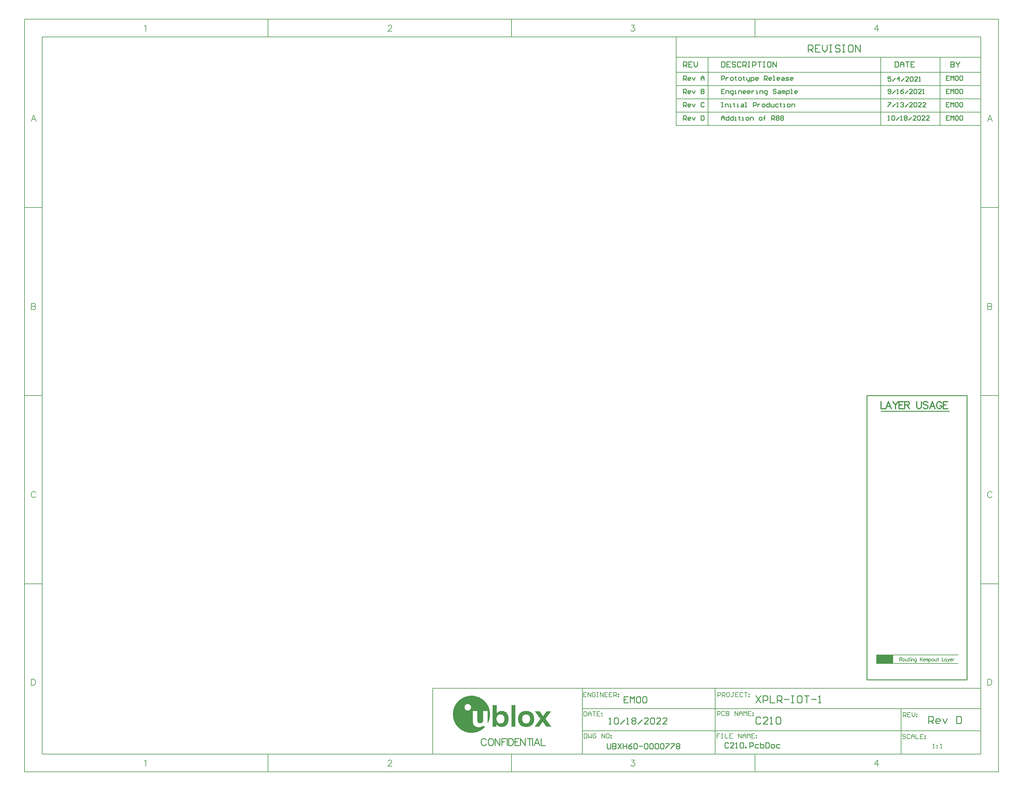
<source format=gko>
G04*
G04 #@! TF.GenerationSoftware,Altium Limited,Altium Designer,23.0.1 (38)*
G04*
G04 Layer_Color=16711935*
%FSLAX44Y44*%
%MOMM*%
G71*
G04*
G04 #@! TF.SameCoordinates,B12E620B-8F76-40C0-9090-1E76C6094A63*
G04*
G04*
G04 #@! TF.FilePolarity,Positive*
G04*
G01*
G75*
%ADD11C,0.1270*%
%ADD14C,0.2540*%
%ADD16C,0.2000*%
%ADD25R,4.8260X2.4130*%
%ADD26C,0.2997*%
%ADD27C,0.1778*%
G36*
X885250Y-150059D02*
X889786D01*
Y-150512D01*
X892507D01*
Y-150966D01*
X894775D01*
Y-151419D01*
X896589D01*
Y-151873D01*
X898403D01*
Y-152327D01*
X899764D01*
Y-152780D01*
X901124D01*
Y-153234D01*
X902485D01*
Y-153687D01*
X903392D01*
Y-154141D01*
X904753D01*
Y-154594D01*
X905660D01*
Y-155048D01*
X906567D01*
Y-155501D01*
X907474D01*
Y-155955D01*
X908381D01*
Y-156409D01*
X909288D01*
Y-156862D01*
X909742D01*
Y-157316D01*
X910649D01*
Y-157769D01*
X911556D01*
Y-158223D01*
X912010D01*
Y-158676D01*
X912917D01*
Y-159130D01*
X913371D01*
Y-159584D01*
X914278D01*
Y-160037D01*
X914731D01*
Y-160491D01*
X915185D01*
Y-160944D01*
X916092D01*
Y-161398D01*
X916545D01*
Y-161851D01*
X916999D01*
Y-162305D01*
X917452D01*
Y-162758D01*
X918360D01*
Y-163212D01*
X918813D01*
Y-163666D01*
X919267D01*
Y-164119D01*
X919720D01*
Y-164573D01*
X920174D01*
Y-165026D01*
X920627D01*
Y-165480D01*
X921081D01*
Y-165933D01*
X921535D01*
Y-166387D01*
X921988D01*
Y-166840D01*
X922442D01*
Y-167294D01*
X922895D01*
Y-167747D01*
X923349D01*
Y-168201D01*
Y-168655D01*
X923802D01*
Y-169108D01*
X924256D01*
Y-169562D01*
X924709D01*
Y-170015D01*
X925163D01*
Y-170469D01*
Y-170922D01*
X925617D01*
Y-171376D01*
X926070D01*
Y-171830D01*
X926524D01*
Y-172283D01*
Y-172737D01*
X926977D01*
Y-173190D01*
X927431D01*
Y-173644D01*
Y-174097D01*
X927884D01*
Y-174551D01*
X928338D01*
Y-175004D01*
Y-175458D01*
X928791D01*
Y-175912D01*
X929245D01*
Y-176365D01*
Y-176819D01*
X929698D01*
Y-177272D01*
Y-177726D01*
X930152D01*
Y-178179D01*
Y-178633D01*
X930606D01*
Y-179086D01*
Y-179540D01*
X931059D01*
Y-179993D01*
Y-180447D01*
X931513D01*
Y-180901D01*
Y-181354D01*
X931966D01*
Y-181808D01*
Y-182261D01*
X932420D01*
Y-182715D01*
Y-183168D01*
Y-183622D01*
X932873D01*
Y-184076D01*
Y-184529D01*
X933327D01*
Y-184983D01*
Y-185436D01*
Y-185890D01*
X933781D01*
Y-186343D01*
Y-186797D01*
Y-187250D01*
X934234D01*
Y-187704D01*
Y-188158D01*
Y-188611D01*
Y-189065D01*
X934688D01*
Y-189518D01*
Y-189972D01*
Y-190425D01*
Y-190879D01*
X935141D01*
Y-191332D01*
Y-191786D01*
Y-192240D01*
Y-192693D01*
X935595D01*
Y-193147D01*
Y-193600D01*
Y-194054D01*
Y-194507D01*
Y-194961D01*
Y-195414D01*
Y-195868D01*
X936048D01*
Y-196322D01*
Y-196775D01*
Y-197229D01*
Y-197682D01*
Y-198136D01*
Y-198589D01*
Y-199043D01*
Y-199496D01*
Y-199950D01*
Y-200404D01*
Y-200857D01*
X936502D01*
Y-201311D01*
Y-201764D01*
Y-202218D01*
Y-202671D01*
Y-203125D01*
Y-203578D01*
Y-204032D01*
Y-204486D01*
Y-204939D01*
Y-205393D01*
X936048D01*
Y-205846D01*
Y-206300D01*
Y-206753D01*
Y-207207D01*
Y-207661D01*
Y-208114D01*
Y-208568D01*
Y-209021D01*
Y-209475D01*
Y-209928D01*
Y-210382D01*
X935595D01*
Y-210835D01*
Y-211289D01*
Y-211742D01*
Y-212196D01*
Y-212650D01*
Y-213103D01*
X935141D01*
Y-213557D01*
Y-214010D01*
Y-214464D01*
Y-214917D01*
Y-215371D01*
X934688D01*
Y-215825D01*
Y-216278D01*
Y-216732D01*
Y-217185D01*
X934234D01*
Y-217639D01*
Y-218092D01*
Y-218546D01*
Y-218999D01*
X933781D01*
Y-219453D01*
Y-219907D01*
Y-220360D01*
X933327D01*
Y-220814D01*
Y-221267D01*
X932873D01*
Y-221721D01*
Y-222174D01*
Y-222628D01*
X932420D01*
Y-223081D01*
Y-223535D01*
X931966D01*
Y-223988D01*
Y-224442D01*
Y-224896D01*
X931513D01*
Y-225349D01*
Y-225803D01*
X931059D01*
Y-226256D01*
Y-226710D01*
X930606D01*
Y-227163D01*
Y-227617D01*
X930152D01*
Y-228071D01*
Y-228524D01*
X929698D01*
Y-228071D01*
Y-227617D01*
Y-227163D01*
Y-226710D01*
Y-226256D01*
Y-225803D01*
Y-225349D01*
Y-224896D01*
Y-224442D01*
Y-223988D01*
Y-223535D01*
Y-223081D01*
Y-222628D01*
Y-222174D01*
Y-221721D01*
Y-221267D01*
Y-220814D01*
Y-220360D01*
Y-219907D01*
Y-219453D01*
Y-218999D01*
Y-218546D01*
Y-218092D01*
Y-217639D01*
Y-217185D01*
Y-216732D01*
Y-216278D01*
Y-215825D01*
Y-215371D01*
Y-214917D01*
Y-214464D01*
Y-214010D01*
Y-213557D01*
Y-213103D01*
Y-212650D01*
Y-212196D01*
Y-211742D01*
Y-211289D01*
Y-210835D01*
Y-210382D01*
Y-209928D01*
Y-209475D01*
Y-209021D01*
Y-208568D01*
Y-208114D01*
Y-207661D01*
Y-207207D01*
Y-206753D01*
Y-206300D01*
Y-205846D01*
Y-205393D01*
Y-204939D01*
Y-204486D01*
Y-204032D01*
Y-203578D01*
Y-203125D01*
Y-202671D01*
Y-202218D01*
Y-201764D01*
Y-201311D01*
Y-200857D01*
Y-200404D01*
Y-199950D01*
Y-199496D01*
Y-199043D01*
Y-198589D01*
Y-198136D01*
Y-197682D01*
Y-197229D01*
Y-196775D01*
Y-196322D01*
Y-195868D01*
Y-195414D01*
Y-194961D01*
Y-194507D01*
Y-194054D01*
X916999D01*
Y-194507D01*
Y-194961D01*
Y-195414D01*
Y-195868D01*
Y-196322D01*
Y-196775D01*
Y-197229D01*
Y-197682D01*
Y-198136D01*
Y-198589D01*
Y-199043D01*
Y-199496D01*
Y-199950D01*
Y-200404D01*
Y-200857D01*
Y-201311D01*
Y-201764D01*
Y-202218D01*
Y-202671D01*
Y-203125D01*
Y-203578D01*
Y-204032D01*
Y-204486D01*
Y-204939D01*
Y-205393D01*
Y-205846D01*
Y-206300D01*
Y-206753D01*
Y-207207D01*
Y-207661D01*
Y-208114D01*
Y-208568D01*
Y-209021D01*
Y-209475D01*
Y-209928D01*
Y-210382D01*
Y-210835D01*
Y-211289D01*
Y-211742D01*
Y-212196D01*
Y-212650D01*
Y-213103D01*
Y-213557D01*
Y-214010D01*
Y-214464D01*
Y-214917D01*
Y-215371D01*
Y-215825D01*
Y-216278D01*
Y-216732D01*
Y-217185D01*
Y-217639D01*
Y-218092D01*
Y-218546D01*
Y-218999D01*
Y-219453D01*
Y-219907D01*
Y-220360D01*
Y-220814D01*
Y-221267D01*
Y-221721D01*
X916545D01*
Y-222174D01*
Y-222628D01*
Y-223081D01*
Y-223535D01*
X916092D01*
Y-223988D01*
Y-224442D01*
X915638D01*
Y-224896D01*
Y-225349D01*
X915185D01*
Y-225803D01*
X914731D01*
Y-226256D01*
X914278D01*
Y-226710D01*
X913824D01*
Y-227163D01*
X913371D01*
Y-227617D01*
X912463D01*
Y-228071D01*
X911103D01*
Y-228524D01*
X904753D01*
Y-228071D01*
X903392D01*
Y-227617D01*
X902485D01*
Y-227163D01*
X902032D01*
Y-226710D01*
X901578D01*
Y-226256D01*
X901124D01*
Y-225803D01*
Y-225349D01*
X900671D01*
Y-224896D01*
Y-224442D01*
X900217D01*
Y-223988D01*
Y-223535D01*
Y-223081D01*
Y-222628D01*
X899764D01*
Y-222174D01*
Y-221721D01*
Y-221267D01*
Y-220814D01*
Y-220360D01*
Y-219907D01*
Y-219453D01*
Y-218999D01*
Y-218546D01*
Y-218092D01*
Y-217639D01*
Y-217185D01*
Y-216732D01*
Y-216278D01*
Y-215825D01*
Y-215371D01*
Y-214917D01*
Y-214464D01*
Y-214010D01*
Y-213557D01*
Y-213103D01*
Y-212650D01*
Y-212196D01*
Y-211742D01*
Y-211289D01*
Y-210835D01*
Y-210382D01*
Y-209928D01*
Y-209475D01*
Y-209021D01*
Y-208568D01*
Y-208114D01*
Y-207661D01*
Y-207207D01*
Y-206753D01*
Y-206300D01*
Y-205846D01*
Y-205393D01*
Y-204939D01*
Y-204486D01*
Y-204032D01*
Y-203578D01*
Y-203125D01*
Y-202671D01*
Y-202218D01*
Y-201764D01*
Y-201311D01*
Y-200857D01*
Y-200404D01*
Y-199950D01*
Y-199496D01*
Y-199043D01*
Y-198589D01*
Y-198136D01*
Y-197682D01*
Y-197229D01*
Y-196775D01*
Y-196322D01*
Y-195868D01*
Y-195414D01*
Y-194961D01*
Y-194507D01*
Y-194054D01*
X887064D01*
Y-194507D01*
Y-194961D01*
Y-195414D01*
Y-195868D01*
Y-196322D01*
Y-196775D01*
Y-197229D01*
Y-197682D01*
Y-198136D01*
Y-198589D01*
Y-199043D01*
Y-199496D01*
Y-199950D01*
Y-200404D01*
Y-200857D01*
Y-201311D01*
Y-201764D01*
Y-202218D01*
Y-202671D01*
Y-203125D01*
Y-203578D01*
Y-204032D01*
Y-204486D01*
Y-204939D01*
Y-205393D01*
Y-205846D01*
Y-206300D01*
Y-206753D01*
Y-207207D01*
Y-207661D01*
Y-208114D01*
Y-208568D01*
Y-209021D01*
Y-209475D01*
Y-209928D01*
Y-210382D01*
Y-210835D01*
Y-211289D01*
Y-211742D01*
Y-212196D01*
Y-212650D01*
Y-213103D01*
Y-213557D01*
Y-214010D01*
Y-214464D01*
Y-214917D01*
Y-215371D01*
Y-215825D01*
Y-216278D01*
Y-216732D01*
Y-217185D01*
Y-217639D01*
Y-218092D01*
Y-218546D01*
Y-218999D01*
Y-219453D01*
Y-219907D01*
Y-220360D01*
Y-220814D01*
Y-221267D01*
Y-221721D01*
Y-222174D01*
Y-222628D01*
Y-223081D01*
Y-223535D01*
Y-223988D01*
Y-224442D01*
Y-224896D01*
Y-225349D01*
Y-225803D01*
Y-226256D01*
Y-226710D01*
Y-227163D01*
X887518D01*
Y-227617D01*
Y-228071D01*
Y-228524D01*
Y-228978D01*
X887971D01*
Y-229431D01*
Y-229885D01*
Y-230338D01*
X888425D01*
Y-230792D01*
Y-231245D01*
Y-231699D01*
X888878D01*
Y-232153D01*
Y-232606D01*
X889332D01*
Y-233060D01*
X889786D01*
Y-233513D01*
Y-233967D01*
X890239D01*
Y-234420D01*
X890693D01*
Y-234874D01*
X891146D01*
Y-235327D01*
X891600D01*
Y-235781D01*
X892053D01*
Y-236234D01*
X892507D01*
Y-236688D01*
X893414D01*
Y-237142D01*
X893868D01*
Y-237595D01*
X894775D01*
Y-238049D01*
X895682D01*
Y-238502D01*
X896589D01*
Y-238956D01*
X897950D01*
Y-239409D01*
X899764D01*
Y-239863D01*
X908835D01*
Y-239409D01*
X910649D01*
Y-238956D01*
X911556D01*
Y-238502D01*
X912917D01*
Y-238049D01*
X913371D01*
Y-237595D01*
X914278D01*
Y-237142D01*
X914731D01*
Y-236688D01*
X915185D01*
Y-236234D01*
X916092D01*
Y-235781D01*
X916545D01*
Y-235327D01*
X916999D01*
Y-234874D01*
Y-234420D01*
X917452D01*
Y-234874D01*
Y-235327D01*
Y-235781D01*
Y-236234D01*
Y-236688D01*
Y-237142D01*
Y-237595D01*
Y-238049D01*
Y-238502D01*
Y-238956D01*
X922442D01*
Y-239409D01*
X921988D01*
Y-239863D01*
X921535D01*
Y-240317D01*
X921081D01*
Y-240770D01*
X920627D01*
Y-241224D01*
X920174D01*
Y-241677D01*
X919720D01*
Y-242131D01*
X919267D01*
Y-242584D01*
X918813D01*
Y-243038D01*
X917906D01*
Y-243491D01*
X917452D01*
Y-243945D01*
X916999D01*
Y-244398D01*
X916545D01*
Y-244852D01*
X915638D01*
Y-245306D01*
X915185D01*
Y-245759D01*
X914731D01*
Y-246213D01*
X913824D01*
Y-246666D01*
X913371D01*
Y-247120D01*
X912463D01*
Y-247573D01*
X912010D01*
Y-248027D01*
X911103D01*
Y-248480D01*
X910649D01*
Y-248934D01*
X909742D01*
Y-249388D01*
X908835D01*
Y-249841D01*
X907928D01*
Y-250295D01*
X907474D01*
Y-250748D01*
X906567D01*
Y-251202D01*
X905206D01*
Y-251655D01*
X904299D01*
Y-252109D01*
X903392D01*
Y-252563D01*
X902032D01*
Y-253016D01*
X901124D01*
Y-253470D01*
X899764D01*
Y-253923D01*
X897950D01*
Y-254377D01*
X896589D01*
Y-254830D01*
X894775D01*
Y-255284D01*
X892053D01*
Y-255737D01*
X888878D01*
Y-256191D01*
X877086D01*
Y-255737D01*
X873911D01*
Y-255284D01*
X871643D01*
Y-254830D01*
X869829D01*
Y-254377D01*
X868015D01*
Y-253923D01*
X866654D01*
Y-253470D01*
X865294D01*
Y-253016D01*
X863933D01*
Y-252563D01*
X863026D01*
Y-252109D01*
X861665D01*
Y-251655D01*
X860758D01*
Y-251202D01*
X859851D01*
Y-250748D01*
X858944D01*
Y-250295D01*
X858037D01*
Y-249841D01*
X857130D01*
Y-249388D01*
X856222D01*
Y-248934D01*
X855769D01*
Y-248480D01*
X854862D01*
Y-248027D01*
X853955D01*
Y-247573D01*
X853501D01*
Y-247120D01*
X852594D01*
Y-246666D01*
X852140D01*
Y-246213D01*
X851687D01*
Y-245759D01*
X850780D01*
Y-245306D01*
X850326D01*
Y-244852D01*
X849873D01*
Y-244398D01*
X848966D01*
Y-243945D01*
X848512D01*
Y-243491D01*
X848058D01*
Y-243038D01*
X847605D01*
Y-242584D01*
X847151D01*
Y-242131D01*
X846698D01*
Y-241677D01*
X846244D01*
Y-241224D01*
X845791D01*
Y-240770D01*
X845337D01*
Y-240317D01*
X844883D01*
Y-239863D01*
X844430D01*
Y-239409D01*
X843976D01*
Y-238956D01*
X843523D01*
Y-238502D01*
X843069D01*
Y-238049D01*
X842616D01*
Y-237595D01*
X842162D01*
Y-237142D01*
X841709D01*
Y-236688D01*
Y-236234D01*
X841255D01*
Y-235781D01*
X840801D01*
Y-235327D01*
X840348D01*
Y-234874D01*
X839894D01*
Y-234420D01*
Y-233967D01*
X839441D01*
Y-233513D01*
X838987D01*
Y-233060D01*
Y-232606D01*
X838534D01*
Y-232153D01*
X838080D01*
Y-231699D01*
Y-231245D01*
X837627D01*
Y-230792D01*
X837173D01*
Y-230338D01*
Y-229885D01*
X836720D01*
Y-229431D01*
Y-228978D01*
X836266D01*
Y-228524D01*
Y-228071D01*
X835812D01*
Y-227617D01*
Y-227163D01*
X835359D01*
Y-226710D01*
Y-226256D01*
X834905D01*
Y-225803D01*
Y-225349D01*
X834452D01*
Y-224896D01*
Y-224442D01*
X833998D01*
Y-223988D01*
Y-223535D01*
X833545D01*
Y-223081D01*
Y-222628D01*
Y-222174D01*
X833091D01*
Y-221721D01*
Y-221267D01*
Y-220814D01*
X832637D01*
Y-220360D01*
Y-219907D01*
X832184D01*
Y-219453D01*
Y-218999D01*
Y-218546D01*
Y-218092D01*
X831730D01*
Y-217639D01*
Y-217185D01*
Y-216732D01*
X831277D01*
Y-216278D01*
Y-215825D01*
Y-215371D01*
Y-214917D01*
X830823D01*
Y-214464D01*
Y-214010D01*
Y-213557D01*
Y-213103D01*
Y-212650D01*
X830370D01*
Y-212196D01*
Y-211742D01*
Y-211289D01*
Y-210835D01*
Y-210382D01*
Y-209928D01*
Y-209475D01*
X829916D01*
Y-209021D01*
Y-208568D01*
Y-208114D01*
Y-207661D01*
Y-207207D01*
Y-206753D01*
Y-206300D01*
Y-205846D01*
Y-205393D01*
Y-204939D01*
X829463D01*
Y-204486D01*
Y-204032D01*
Y-203578D01*
Y-203125D01*
Y-202671D01*
Y-202218D01*
Y-201764D01*
Y-201311D01*
Y-200857D01*
X829916D01*
Y-200404D01*
Y-199950D01*
Y-199496D01*
Y-199043D01*
Y-198589D01*
Y-198136D01*
Y-197682D01*
Y-197229D01*
Y-196775D01*
X830370D01*
Y-196322D01*
Y-195868D01*
Y-195414D01*
Y-194961D01*
Y-194507D01*
Y-194054D01*
Y-193600D01*
X830823D01*
Y-193147D01*
Y-192693D01*
Y-192240D01*
Y-191786D01*
Y-191332D01*
X831277D01*
Y-190879D01*
Y-190425D01*
Y-189972D01*
Y-189518D01*
X831730D01*
Y-189065D01*
Y-188611D01*
Y-188158D01*
Y-187704D01*
X832184D01*
Y-187250D01*
Y-186797D01*
Y-186343D01*
X832637D01*
Y-185890D01*
Y-185436D01*
Y-184983D01*
X833091D01*
Y-184529D01*
Y-184076D01*
X833545D01*
Y-183622D01*
Y-183168D01*
Y-182715D01*
X833998D01*
Y-182261D01*
Y-181808D01*
X834452D01*
Y-181354D01*
Y-180901D01*
Y-180447D01*
X834905D01*
Y-179993D01*
Y-179540D01*
X835359D01*
Y-179086D01*
Y-178633D01*
X835812D01*
Y-178179D01*
Y-177726D01*
X836266D01*
Y-177272D01*
X836720D01*
Y-176819D01*
Y-176365D01*
X837173D01*
Y-175912D01*
Y-175458D01*
X837627D01*
Y-175004D01*
X838080D01*
Y-174551D01*
Y-174097D01*
X838534D01*
Y-173644D01*
X838987D01*
Y-173190D01*
Y-172737D01*
X839441D01*
Y-172283D01*
X839894D01*
Y-171830D01*
Y-171376D01*
X840348D01*
Y-170922D01*
X840801D01*
Y-170469D01*
X841255D01*
Y-170015D01*
Y-169562D01*
X841709D01*
Y-169108D01*
X842162D01*
Y-168655D01*
X842616D01*
Y-168201D01*
X843069D01*
Y-167747D01*
X843523D01*
Y-167294D01*
X843976D01*
Y-166840D01*
X844430D01*
Y-166387D01*
Y-165933D01*
X844883D01*
Y-165480D01*
X845337D01*
Y-165026D01*
X845791D01*
Y-164573D01*
X846698D01*
Y-164119D01*
X847151D01*
Y-163666D01*
X847605D01*
Y-163212D01*
X848058D01*
Y-162758D01*
X848512D01*
Y-162305D01*
X848966D01*
Y-161851D01*
X849419D01*
Y-161398D01*
X850326D01*
Y-160944D01*
X850780D01*
Y-160491D01*
X851233D01*
Y-160037D01*
X852140D01*
Y-159584D01*
X852594D01*
Y-159130D01*
X853501D01*
Y-158676D01*
X853955D01*
Y-158223D01*
X854862D01*
Y-157769D01*
X855315D01*
Y-157316D01*
X856222D01*
Y-156862D01*
X857130D01*
Y-156409D01*
X857583D01*
Y-155955D01*
X858944D01*
Y-155501D01*
X859851D01*
Y-155048D01*
X860758D01*
Y-154594D01*
X861665D01*
Y-154141D01*
X862572D01*
Y-153687D01*
X863933D01*
Y-153234D01*
X864840D01*
Y-152780D01*
X866201D01*
Y-152327D01*
X867561D01*
Y-151873D01*
X869376D01*
Y-151419D01*
X871190D01*
Y-150966D01*
X873457D01*
Y-150512D01*
X876632D01*
Y-150059D01*
X881168D01*
Y-149605D01*
X885250D01*
Y-150059D01*
D02*
G37*
G36*
X955551Y-177272D02*
Y-177726D01*
Y-178179D01*
Y-178633D01*
Y-179086D01*
Y-179540D01*
Y-179993D01*
Y-180447D01*
Y-180901D01*
Y-181354D01*
Y-181808D01*
Y-182261D01*
Y-182715D01*
Y-183168D01*
Y-183622D01*
Y-184076D01*
Y-184529D01*
Y-184983D01*
Y-185436D01*
Y-185890D01*
Y-186343D01*
Y-186797D01*
Y-187250D01*
Y-187704D01*
Y-188158D01*
Y-188611D01*
Y-189065D01*
Y-189518D01*
Y-189972D01*
Y-190425D01*
Y-190879D01*
Y-191332D01*
Y-191786D01*
Y-192240D01*
Y-192693D01*
Y-193147D01*
Y-193600D01*
Y-194054D01*
Y-194507D01*
Y-194961D01*
Y-195414D01*
Y-195868D01*
Y-196322D01*
Y-196775D01*
Y-197229D01*
Y-197682D01*
Y-198136D01*
Y-198589D01*
Y-199043D01*
Y-199496D01*
X956458D01*
Y-199043D01*
X956912D01*
Y-198589D01*
X957365D01*
Y-198136D01*
X957819D01*
Y-197682D01*
X958272D01*
Y-197229D01*
X958726D01*
Y-196775D01*
X959180D01*
Y-196322D01*
X960087D01*
Y-195868D01*
X960540D01*
Y-195414D01*
X961447D01*
Y-194961D01*
X962355D01*
Y-194507D01*
X963715D01*
Y-194054D01*
X965529D01*
Y-193600D01*
X974147D01*
Y-194054D01*
X975961D01*
Y-194507D01*
X977322D01*
Y-194961D01*
X978682D01*
Y-195414D01*
X979590D01*
Y-195868D01*
X980043D01*
Y-196322D01*
X980950D01*
Y-196775D01*
X981404D01*
Y-197229D01*
X982311D01*
Y-197682D01*
X982765D01*
Y-198136D01*
X983218D01*
Y-198589D01*
X983672D01*
Y-199043D01*
X984125D01*
Y-199496D01*
X984579D01*
Y-199950D01*
Y-200404D01*
X985032D01*
Y-200857D01*
X985486D01*
Y-201311D01*
X985939D01*
Y-201764D01*
Y-202218D01*
X986393D01*
Y-202671D01*
Y-203125D01*
X986846D01*
Y-203578D01*
Y-204032D01*
X987300D01*
Y-204486D01*
Y-204939D01*
X987754D01*
Y-205393D01*
Y-205846D01*
Y-206300D01*
X988207D01*
Y-206753D01*
Y-207207D01*
Y-207661D01*
Y-208114D01*
X988661D01*
Y-208568D01*
Y-209021D01*
Y-209475D01*
Y-209928D01*
Y-210382D01*
X989114D01*
Y-210835D01*
Y-211289D01*
Y-211742D01*
Y-212196D01*
Y-212650D01*
Y-213103D01*
Y-213557D01*
Y-214010D01*
Y-214464D01*
X989568D01*
Y-214917D01*
X989114D01*
Y-215371D01*
Y-215825D01*
Y-216278D01*
Y-216732D01*
Y-217185D01*
Y-217639D01*
Y-218092D01*
Y-218546D01*
Y-218999D01*
Y-219453D01*
Y-219907D01*
Y-220360D01*
Y-220814D01*
Y-221267D01*
Y-221721D01*
Y-222174D01*
Y-222628D01*
X988661D01*
Y-223081D01*
Y-223535D01*
Y-223988D01*
Y-224442D01*
Y-224896D01*
X988207D01*
Y-225349D01*
Y-225803D01*
Y-226256D01*
X987754D01*
Y-226710D01*
Y-227163D01*
Y-227617D01*
X987300D01*
Y-228071D01*
Y-228524D01*
Y-228978D01*
X986846D01*
Y-229431D01*
Y-229885D01*
X986393D01*
Y-230338D01*
Y-230792D01*
X985939D01*
Y-231245D01*
X985486D01*
Y-231699D01*
Y-232153D01*
X985032D01*
Y-232606D01*
X984579D01*
Y-233060D01*
X984125D01*
Y-233513D01*
X983672D01*
Y-233967D01*
Y-234420D01*
X982765D01*
Y-234874D01*
X982311D01*
Y-235327D01*
X981857D01*
Y-235781D01*
X981404D01*
Y-236234D01*
X980497D01*
Y-236688D01*
X980043D01*
Y-237142D01*
X979136D01*
Y-237595D01*
X978229D01*
Y-238049D01*
X977322D01*
Y-238502D01*
X975961D01*
Y-238956D01*
X973693D01*
Y-239409D01*
X965983D01*
Y-238956D01*
X963715D01*
Y-238502D01*
X962808D01*
Y-238049D01*
X961447D01*
Y-237595D01*
X960994D01*
Y-237142D01*
X960087D01*
Y-236688D01*
X959633D01*
Y-236234D01*
X958726D01*
Y-235781D01*
X958272D01*
Y-235327D01*
X957819D01*
Y-234874D01*
X957365D01*
Y-234420D01*
X956912D01*
Y-233967D01*
X956458D01*
Y-233513D01*
X956005D01*
Y-233060D01*
Y-232606D01*
X955098D01*
Y-233060D01*
Y-233513D01*
Y-233967D01*
Y-234420D01*
Y-234874D01*
Y-235327D01*
Y-235781D01*
Y-236234D01*
Y-236688D01*
Y-237142D01*
Y-237595D01*
Y-238049D01*
Y-238502D01*
X943759D01*
Y-238049D01*
Y-237595D01*
Y-237142D01*
Y-236688D01*
Y-236234D01*
Y-235781D01*
Y-235327D01*
Y-234874D01*
Y-234420D01*
Y-233967D01*
Y-233513D01*
Y-233060D01*
Y-232606D01*
Y-232153D01*
Y-231699D01*
Y-231245D01*
Y-230792D01*
Y-230338D01*
Y-229885D01*
Y-229431D01*
Y-228978D01*
Y-228524D01*
Y-228071D01*
Y-227617D01*
Y-227163D01*
Y-226710D01*
Y-226256D01*
Y-225803D01*
Y-225349D01*
Y-224896D01*
Y-224442D01*
Y-223988D01*
Y-223535D01*
Y-223081D01*
Y-222628D01*
Y-222174D01*
Y-221721D01*
Y-221267D01*
Y-220814D01*
Y-220360D01*
Y-219907D01*
Y-219453D01*
Y-218999D01*
Y-218546D01*
Y-218092D01*
Y-217639D01*
Y-217185D01*
Y-216732D01*
Y-216278D01*
Y-215825D01*
Y-215371D01*
Y-214917D01*
Y-214464D01*
Y-214010D01*
Y-213557D01*
Y-213103D01*
Y-212650D01*
Y-212196D01*
Y-211742D01*
Y-211289D01*
Y-210835D01*
Y-210382D01*
Y-209928D01*
Y-209475D01*
Y-209021D01*
Y-208568D01*
Y-208114D01*
Y-207661D01*
Y-207207D01*
Y-206753D01*
Y-206300D01*
Y-205846D01*
Y-205393D01*
Y-204939D01*
Y-204486D01*
Y-204032D01*
Y-203578D01*
Y-203125D01*
Y-202671D01*
Y-202218D01*
Y-201764D01*
Y-201311D01*
Y-200857D01*
Y-200404D01*
Y-199950D01*
Y-199496D01*
Y-199043D01*
Y-198589D01*
Y-198136D01*
Y-197682D01*
Y-197229D01*
Y-196775D01*
Y-196322D01*
Y-195868D01*
Y-195414D01*
Y-194961D01*
Y-194507D01*
Y-194054D01*
Y-193600D01*
Y-193147D01*
Y-192693D01*
Y-192240D01*
Y-191786D01*
Y-191332D01*
Y-190879D01*
Y-190425D01*
Y-189972D01*
Y-189518D01*
Y-189065D01*
Y-188611D01*
Y-188158D01*
Y-187704D01*
Y-187250D01*
Y-186797D01*
Y-186343D01*
Y-185890D01*
Y-185436D01*
Y-184983D01*
Y-184529D01*
Y-184076D01*
Y-183622D01*
Y-183168D01*
Y-182715D01*
Y-182261D01*
Y-181808D01*
Y-181354D01*
Y-180901D01*
Y-180447D01*
Y-179993D01*
Y-179540D01*
Y-179086D01*
Y-178633D01*
Y-178179D01*
Y-177726D01*
Y-177272D01*
Y-176819D01*
X955551D01*
Y-177272D01*
D02*
G37*
G36*
X1009071D02*
Y-177726D01*
Y-178179D01*
Y-178633D01*
Y-179086D01*
Y-179540D01*
Y-179993D01*
Y-180447D01*
Y-180901D01*
Y-181354D01*
Y-181808D01*
Y-182261D01*
Y-182715D01*
Y-183168D01*
Y-183622D01*
Y-184076D01*
Y-184529D01*
Y-184983D01*
Y-185436D01*
Y-185890D01*
Y-186343D01*
Y-186797D01*
Y-187250D01*
Y-187704D01*
Y-188158D01*
Y-188611D01*
Y-189065D01*
Y-189518D01*
Y-189972D01*
Y-190425D01*
Y-190879D01*
Y-191332D01*
Y-191786D01*
Y-192240D01*
Y-192693D01*
Y-193147D01*
Y-193600D01*
Y-194054D01*
Y-194507D01*
Y-194961D01*
Y-195414D01*
Y-195868D01*
Y-196322D01*
Y-196775D01*
Y-197229D01*
Y-197682D01*
Y-198136D01*
Y-198589D01*
Y-199043D01*
Y-199496D01*
Y-199950D01*
Y-200404D01*
Y-200857D01*
Y-201311D01*
Y-201764D01*
Y-202218D01*
Y-202671D01*
Y-203125D01*
Y-203578D01*
Y-204032D01*
Y-204486D01*
Y-204939D01*
Y-205393D01*
Y-205846D01*
Y-206300D01*
Y-206753D01*
Y-207207D01*
Y-207661D01*
Y-208114D01*
Y-208568D01*
Y-209021D01*
Y-209475D01*
Y-209928D01*
Y-210382D01*
Y-210835D01*
Y-211289D01*
Y-211742D01*
Y-212196D01*
Y-212650D01*
Y-213103D01*
Y-213557D01*
Y-214010D01*
Y-214464D01*
Y-214917D01*
Y-215371D01*
Y-215825D01*
Y-216278D01*
Y-216732D01*
Y-217185D01*
Y-217639D01*
Y-218092D01*
Y-218546D01*
Y-218999D01*
Y-219453D01*
Y-219907D01*
Y-220360D01*
Y-220814D01*
Y-221267D01*
Y-221721D01*
Y-222174D01*
Y-222628D01*
Y-223081D01*
Y-223535D01*
Y-223988D01*
Y-224442D01*
Y-224896D01*
Y-225349D01*
Y-225803D01*
Y-226256D01*
Y-226710D01*
Y-227163D01*
Y-227617D01*
Y-228071D01*
Y-228524D01*
Y-228978D01*
Y-229431D01*
Y-229885D01*
Y-230338D01*
Y-230792D01*
Y-231245D01*
Y-231699D01*
Y-232153D01*
Y-232606D01*
Y-233060D01*
Y-233513D01*
Y-233967D01*
Y-234420D01*
Y-234874D01*
Y-235327D01*
Y-235781D01*
Y-236234D01*
Y-236688D01*
Y-237142D01*
Y-237595D01*
Y-238049D01*
Y-238502D01*
X997732D01*
Y-238049D01*
Y-237595D01*
Y-237142D01*
Y-236688D01*
Y-236234D01*
Y-235781D01*
Y-235327D01*
Y-234874D01*
Y-234420D01*
Y-233967D01*
Y-233513D01*
Y-233060D01*
Y-232606D01*
Y-232153D01*
Y-231699D01*
Y-231245D01*
Y-230792D01*
Y-230338D01*
Y-229885D01*
Y-229431D01*
Y-228978D01*
Y-228524D01*
Y-228071D01*
Y-227617D01*
Y-227163D01*
Y-226710D01*
Y-226256D01*
Y-225803D01*
Y-225349D01*
Y-224896D01*
Y-224442D01*
Y-223988D01*
Y-223535D01*
Y-223081D01*
Y-222628D01*
Y-222174D01*
Y-221721D01*
Y-221267D01*
Y-220814D01*
Y-220360D01*
Y-219907D01*
Y-219453D01*
Y-218999D01*
Y-218546D01*
Y-218092D01*
Y-217639D01*
Y-217185D01*
Y-216732D01*
Y-216278D01*
Y-215825D01*
Y-215371D01*
Y-214917D01*
Y-214464D01*
Y-214010D01*
Y-213557D01*
Y-213103D01*
Y-212650D01*
Y-212196D01*
Y-211742D01*
Y-211289D01*
Y-210835D01*
Y-210382D01*
Y-209928D01*
Y-209475D01*
Y-209021D01*
Y-208568D01*
Y-208114D01*
Y-207661D01*
Y-207207D01*
Y-206753D01*
Y-206300D01*
Y-205846D01*
Y-205393D01*
Y-204939D01*
Y-204486D01*
Y-204032D01*
Y-203578D01*
Y-203125D01*
Y-202671D01*
Y-202218D01*
Y-201764D01*
Y-201311D01*
Y-200857D01*
Y-200404D01*
Y-199950D01*
Y-199496D01*
Y-199043D01*
Y-198589D01*
Y-198136D01*
Y-197682D01*
Y-197229D01*
Y-196775D01*
Y-196322D01*
Y-195868D01*
Y-195414D01*
Y-194961D01*
Y-194507D01*
Y-194054D01*
Y-193600D01*
Y-193147D01*
Y-192693D01*
Y-192240D01*
Y-191786D01*
Y-191332D01*
Y-190879D01*
Y-190425D01*
Y-189972D01*
Y-189518D01*
Y-189065D01*
Y-188611D01*
Y-188158D01*
Y-187704D01*
Y-187250D01*
Y-186797D01*
Y-186343D01*
Y-185890D01*
Y-185436D01*
Y-184983D01*
Y-184529D01*
Y-184076D01*
Y-183622D01*
Y-183168D01*
Y-182715D01*
Y-182261D01*
Y-181808D01*
Y-181354D01*
Y-180901D01*
Y-180447D01*
Y-179993D01*
Y-179540D01*
Y-179086D01*
Y-178633D01*
Y-178179D01*
Y-177726D01*
Y-177272D01*
Y-176819D01*
X1009071D01*
Y-177272D01*
D02*
G37*
G36*
X1045355Y-194054D02*
X1047623D01*
Y-194507D01*
X1048984D01*
Y-194961D01*
X1050344D01*
Y-195414D01*
X1051252D01*
Y-195868D01*
X1052159D01*
Y-196322D01*
X1053066D01*
Y-196775D01*
X1053973D01*
Y-197229D01*
X1054426D01*
Y-197682D01*
X1055333D01*
Y-198136D01*
X1055787D01*
Y-198589D01*
X1056241D01*
Y-199043D01*
X1056694D01*
Y-199496D01*
X1057148D01*
Y-199950D01*
X1057601D01*
Y-200404D01*
X1058055D01*
Y-200857D01*
X1058508D01*
Y-201311D01*
X1058962D01*
Y-201764D01*
Y-202218D01*
X1059416D01*
Y-202671D01*
X1059869D01*
Y-203125D01*
Y-203578D01*
X1060323D01*
Y-204032D01*
Y-204486D01*
X1060776D01*
Y-204939D01*
Y-205393D01*
X1061230D01*
Y-205846D01*
Y-206300D01*
X1061683D01*
Y-206753D01*
Y-207207D01*
Y-207661D01*
X1062137D01*
Y-208114D01*
Y-208568D01*
Y-209021D01*
Y-209475D01*
Y-209928D01*
X1062590D01*
Y-210382D01*
Y-210835D01*
Y-211289D01*
Y-211742D01*
Y-212196D01*
Y-212650D01*
Y-213103D01*
X1063044D01*
Y-213557D01*
Y-214010D01*
Y-214464D01*
Y-214917D01*
Y-215371D01*
Y-215825D01*
Y-216278D01*
Y-216732D01*
Y-217185D01*
Y-217639D01*
Y-218092D01*
Y-218546D01*
Y-218999D01*
Y-219453D01*
Y-219907D01*
X1062590D01*
Y-220360D01*
Y-220814D01*
Y-221267D01*
Y-221721D01*
Y-222174D01*
Y-222628D01*
Y-223081D01*
X1062137D01*
Y-223535D01*
Y-223988D01*
Y-224442D01*
Y-224896D01*
X1061683D01*
Y-225349D01*
Y-225803D01*
Y-226256D01*
X1061230D01*
Y-226710D01*
Y-227163D01*
Y-227617D01*
X1060776D01*
Y-228071D01*
Y-228524D01*
X1060323D01*
Y-228978D01*
Y-229431D01*
X1059869D01*
Y-229885D01*
Y-230338D01*
X1059416D01*
Y-230792D01*
X1058962D01*
Y-231245D01*
X1058508D01*
Y-231699D01*
Y-232153D01*
X1058055D01*
Y-232606D01*
X1057601D01*
Y-233060D01*
X1057148D01*
Y-233513D01*
X1056694D01*
Y-233967D01*
X1056241D01*
Y-234420D01*
X1055787D01*
Y-234874D01*
X1054880D01*
Y-235327D01*
X1054426D01*
Y-235781D01*
X1053519D01*
Y-236234D01*
X1053066D01*
Y-236688D01*
X1052159D01*
Y-237142D01*
X1051252D01*
Y-237595D01*
X1049891D01*
Y-238049D01*
X1048530D01*
Y-238502D01*
X1047169D01*
Y-238956D01*
X1044902D01*
Y-239409D01*
X1035377D01*
Y-238956D01*
X1032656D01*
Y-238502D01*
X1030841D01*
Y-238049D01*
X1029934D01*
Y-237595D01*
X1028574D01*
Y-237142D01*
X1027667D01*
Y-236688D01*
X1026759D01*
Y-236234D01*
X1026306D01*
Y-235781D01*
X1025399D01*
Y-235327D01*
X1024945D01*
Y-234874D01*
X1024038D01*
Y-234420D01*
X1023585D01*
Y-233967D01*
X1023131D01*
Y-233513D01*
X1022678D01*
Y-233060D01*
X1022224D01*
Y-232606D01*
X1021770D01*
Y-232153D01*
X1021317D01*
Y-231699D01*
Y-231245D01*
X1020863D01*
Y-230792D01*
X1020410D01*
Y-230338D01*
X1019956D01*
Y-229885D01*
Y-229431D01*
X1019503D01*
Y-228978D01*
Y-228524D01*
X1019049D01*
Y-228071D01*
Y-227617D01*
X1018595D01*
Y-227163D01*
Y-226710D01*
Y-226256D01*
X1018142D01*
Y-225803D01*
Y-225349D01*
Y-224896D01*
X1017688D01*
Y-224442D01*
Y-223988D01*
Y-223535D01*
Y-223081D01*
X1017235D01*
Y-222628D01*
Y-222174D01*
Y-221721D01*
Y-221267D01*
Y-220814D01*
Y-220360D01*
Y-219907D01*
Y-219453D01*
X1016781D01*
Y-218999D01*
Y-218546D01*
Y-218092D01*
Y-217639D01*
Y-217185D01*
Y-216732D01*
Y-216278D01*
Y-215825D01*
Y-215371D01*
Y-214917D01*
Y-214464D01*
Y-214010D01*
Y-213557D01*
X1017235D01*
Y-213103D01*
Y-212650D01*
Y-212196D01*
Y-211742D01*
Y-211289D01*
Y-210835D01*
Y-210382D01*
Y-209928D01*
X1017688D01*
Y-209475D01*
Y-209021D01*
Y-208568D01*
Y-208114D01*
X1018142D01*
Y-207661D01*
Y-207207D01*
Y-206753D01*
X1018595D01*
Y-206300D01*
Y-205846D01*
Y-205393D01*
X1019049D01*
Y-204939D01*
Y-204486D01*
X1019503D01*
Y-204032D01*
Y-203578D01*
X1019956D01*
Y-203125D01*
Y-202671D01*
X1020410D01*
Y-202218D01*
X1020863D01*
Y-201764D01*
Y-201311D01*
X1021317D01*
Y-200857D01*
X1021770D01*
Y-200404D01*
X1022224D01*
Y-199950D01*
X1022678D01*
Y-199496D01*
X1023131D01*
Y-199043D01*
X1023585D01*
Y-198589D01*
X1024038D01*
Y-198136D01*
X1024492D01*
Y-197682D01*
X1025399D01*
Y-197229D01*
X1025852D01*
Y-196775D01*
X1026759D01*
Y-196322D01*
X1027667D01*
Y-195868D01*
X1028574D01*
Y-195414D01*
X1029481D01*
Y-194961D01*
X1030841D01*
Y-194507D01*
X1032202D01*
Y-194054D01*
X1034470D01*
Y-193600D01*
X1045355D01*
Y-194054D01*
D02*
G37*
G36*
X1111121Y-194961D02*
X1110667D01*
Y-195414D01*
Y-195868D01*
X1110214D01*
Y-196322D01*
X1109760D01*
Y-196775D01*
X1109307D01*
Y-197229D01*
Y-197682D01*
X1108853D01*
Y-198136D01*
X1108400D01*
Y-198589D01*
Y-199043D01*
X1107946D01*
Y-199496D01*
X1107492D01*
Y-199950D01*
X1107039D01*
Y-200404D01*
Y-200857D01*
X1106585D01*
Y-201311D01*
X1106132D01*
Y-201764D01*
X1105678D01*
Y-202218D01*
Y-202671D01*
X1105225D01*
Y-203125D01*
X1104771D01*
Y-203578D01*
X1104317D01*
Y-204032D01*
Y-204486D01*
X1103864D01*
Y-204939D01*
X1103410D01*
Y-205393D01*
Y-205846D01*
X1102957D01*
Y-206300D01*
X1102503D01*
Y-206753D01*
X1102050D01*
Y-207207D01*
Y-207661D01*
X1101596D01*
Y-208114D01*
X1101143D01*
Y-208568D01*
X1100689D01*
Y-209021D01*
Y-209475D01*
X1100236D01*
Y-209928D01*
X1099782D01*
Y-210382D01*
Y-210835D01*
X1099328D01*
Y-211289D01*
X1098875D01*
Y-211742D01*
X1098421D01*
Y-212196D01*
Y-212650D01*
X1097968D01*
Y-213103D01*
X1097514D01*
Y-213557D01*
X1097061D01*
Y-214010D01*
Y-214464D01*
X1096607D01*
Y-214917D01*
X1096153D01*
Y-215371D01*
X1095700D01*
Y-215825D01*
Y-216278D01*
Y-216732D01*
X1096153D01*
Y-217185D01*
Y-217639D01*
X1096607D01*
Y-218092D01*
X1097061D01*
Y-218546D01*
X1097514D01*
Y-218999D01*
Y-219453D01*
X1097968D01*
Y-219907D01*
X1098421D01*
Y-220360D01*
X1098875D01*
Y-220814D01*
Y-221267D01*
X1099328D01*
Y-221721D01*
X1099782D01*
Y-222174D01*
Y-222628D01*
X1100236D01*
Y-223081D01*
X1100689D01*
Y-223535D01*
X1101143D01*
Y-223988D01*
Y-224442D01*
X1101596D01*
Y-224896D01*
X1102050D01*
Y-225349D01*
X1102503D01*
Y-225803D01*
Y-226256D01*
X1102957D01*
Y-226710D01*
X1103410D01*
Y-227163D01*
X1103864D01*
Y-227617D01*
Y-228071D01*
X1104317D01*
Y-228524D01*
X1104771D01*
Y-228978D01*
X1105225D01*
Y-229431D01*
Y-229885D01*
X1105678D01*
Y-230338D01*
X1106132D01*
Y-230792D01*
X1106585D01*
Y-231245D01*
Y-231699D01*
X1107039D01*
Y-232153D01*
X1107492D01*
Y-232606D01*
X1107946D01*
Y-233060D01*
Y-233513D01*
X1108400D01*
Y-233967D01*
X1108853D01*
Y-234420D01*
Y-234874D01*
X1109307D01*
Y-235327D01*
X1109760D01*
Y-235781D01*
X1110214D01*
Y-236234D01*
Y-236688D01*
X1110667D01*
Y-237142D01*
X1111121D01*
Y-237595D01*
X1111574D01*
Y-238049D01*
X1112028D01*
Y-238502D01*
X1097514D01*
Y-238049D01*
Y-237595D01*
X1097061D01*
Y-237142D01*
X1096607D01*
Y-236688D01*
X1096153D01*
Y-236234D01*
Y-235781D01*
X1095700D01*
Y-235327D01*
X1095246D01*
Y-234874D01*
X1094793D01*
Y-234420D01*
Y-233967D01*
X1094339D01*
Y-233513D01*
X1093886D01*
Y-233060D01*
Y-232606D01*
X1093432D01*
Y-232153D01*
X1092979D01*
Y-231699D01*
X1092525D01*
Y-231245D01*
Y-230792D01*
X1092072D01*
Y-230338D01*
X1091618D01*
Y-229885D01*
X1091164D01*
Y-229431D01*
Y-228978D01*
X1090711D01*
Y-228524D01*
X1090257D01*
Y-228071D01*
Y-227617D01*
X1089804D01*
Y-227163D01*
X1089350D01*
Y-226710D01*
X1088897D01*
Y-226256D01*
Y-225803D01*
X1088443D01*
Y-225349D01*
X1087990D01*
Y-224896D01*
X1087536D01*
Y-224442D01*
X1087082D01*
Y-224896D01*
Y-225349D01*
X1086629D01*
Y-225803D01*
X1086175D01*
Y-226256D01*
X1085722D01*
Y-226710D01*
Y-227163D01*
X1085268D01*
Y-227617D01*
X1084815D01*
Y-228071D01*
Y-228524D01*
X1084361D01*
Y-228978D01*
X1083907D01*
Y-229431D01*
X1083454D01*
Y-229885D01*
Y-230338D01*
X1083000D01*
Y-230792D01*
X1082547D01*
Y-231245D01*
Y-231699D01*
X1082093D01*
Y-232153D01*
X1081640D01*
Y-232606D01*
X1081186D01*
Y-233060D01*
Y-233513D01*
X1080733D01*
Y-233967D01*
X1080279D01*
Y-234420D01*
Y-234874D01*
X1079826D01*
Y-235327D01*
X1079372D01*
Y-235781D01*
X1078918D01*
Y-236234D01*
Y-236688D01*
X1078465D01*
Y-237142D01*
X1078011D01*
Y-237595D01*
Y-238049D01*
X1077558D01*
Y-238502D01*
X1064405D01*
Y-238049D01*
X1064858D01*
Y-237595D01*
X1065312D01*
Y-237142D01*
Y-236688D01*
X1065765D01*
Y-236234D01*
X1066219D01*
Y-235781D01*
X1066672D01*
Y-235327D01*
Y-234874D01*
X1067126D01*
Y-234420D01*
X1067579D01*
Y-233967D01*
Y-233513D01*
X1068033D01*
Y-233060D01*
X1068487D01*
Y-232606D01*
X1068940D01*
Y-232153D01*
X1069394D01*
Y-231699D01*
Y-231245D01*
X1069847D01*
Y-230792D01*
X1070301D01*
Y-230338D01*
Y-229885D01*
X1070754D01*
Y-229431D01*
X1071208D01*
Y-228978D01*
X1071662D01*
Y-228524D01*
Y-228071D01*
X1072115D01*
Y-227617D01*
X1072569D01*
Y-227163D01*
X1073022D01*
Y-226710D01*
Y-226256D01*
X1073476D01*
Y-225803D01*
X1073929D01*
Y-225349D01*
X1074383D01*
Y-224896D01*
Y-224442D01*
X1074836D01*
Y-223988D01*
X1075290D01*
Y-223535D01*
X1075743D01*
Y-223081D01*
Y-222628D01*
X1076197D01*
Y-222174D01*
X1076651D01*
Y-221721D01*
X1077104D01*
Y-221267D01*
Y-220814D01*
X1077558D01*
Y-220360D01*
X1078011D01*
Y-219907D01*
X1078465D01*
Y-219453D01*
Y-218999D01*
X1078918D01*
Y-218546D01*
X1079372D01*
Y-218092D01*
Y-217639D01*
X1079826D01*
Y-217185D01*
X1080279D01*
Y-216732D01*
X1080733D01*
Y-216278D01*
Y-215825D01*
X1080279D01*
Y-215371D01*
X1079826D01*
Y-214917D01*
X1079372D01*
Y-214464D01*
Y-214010D01*
X1078918D01*
Y-213557D01*
X1078465D01*
Y-213103D01*
X1078011D01*
Y-212650D01*
Y-212196D01*
X1077558D01*
Y-211742D01*
X1077104D01*
Y-211289D01*
Y-210835D01*
X1076651D01*
Y-210382D01*
X1076197D01*
Y-209928D01*
X1075743D01*
Y-209475D01*
Y-209021D01*
X1075290D01*
Y-208568D01*
X1074836D01*
Y-208114D01*
X1074383D01*
Y-207661D01*
Y-207207D01*
X1073929D01*
Y-206753D01*
X1073476D01*
Y-206300D01*
Y-205846D01*
X1073022D01*
Y-205393D01*
X1072569D01*
Y-204939D01*
X1072115D01*
Y-204486D01*
Y-204032D01*
X1071662D01*
Y-203578D01*
X1071208D01*
Y-203125D01*
X1070754D01*
Y-202671D01*
Y-202218D01*
X1070301D01*
Y-201764D01*
X1069847D01*
Y-201311D01*
Y-200857D01*
X1069394D01*
Y-200404D01*
X1068940D01*
Y-199950D01*
X1068487D01*
Y-199496D01*
Y-199043D01*
X1068033D01*
Y-198589D01*
X1067579D01*
Y-198136D01*
X1067126D01*
Y-197682D01*
Y-197229D01*
X1066672D01*
Y-196775D01*
X1066219D01*
Y-196322D01*
Y-195868D01*
X1065765D01*
Y-195414D01*
X1065312D01*
Y-194961D01*
X1064858D01*
Y-194507D01*
X1078918D01*
Y-194961D01*
X1079372D01*
Y-195414D01*
X1079826D01*
Y-195868D01*
Y-196322D01*
X1080279D01*
Y-196775D01*
X1080733D01*
Y-197229D01*
X1081186D01*
Y-197682D01*
Y-198136D01*
X1081640D01*
Y-198589D01*
X1082093D01*
Y-199043D01*
Y-199496D01*
X1082547D01*
Y-199950D01*
X1083000D01*
Y-200404D01*
Y-200857D01*
X1083454D01*
Y-201311D01*
X1083907D01*
Y-201764D01*
X1084361D01*
Y-202218D01*
Y-202671D01*
X1084815D01*
Y-203125D01*
X1085268D01*
Y-203578D01*
Y-204032D01*
X1085722D01*
Y-204486D01*
X1086175D01*
Y-204939D01*
X1086629D01*
Y-205393D01*
Y-205846D01*
X1087082D01*
Y-206300D01*
X1087536D01*
Y-206753D01*
Y-207207D01*
X1087990D01*
Y-207661D01*
X1088443D01*
Y-208114D01*
X1088897D01*
Y-207661D01*
X1089350D01*
Y-207207D01*
Y-206753D01*
X1089804D01*
Y-206300D01*
X1090257D01*
Y-205846D01*
X1090711D01*
Y-205393D01*
Y-204939D01*
X1091164D01*
Y-204486D01*
X1091618D01*
Y-204032D01*
Y-203578D01*
X1092072D01*
Y-203125D01*
X1092525D01*
Y-202671D01*
X1092979D01*
Y-202218D01*
Y-201764D01*
X1093432D01*
Y-201311D01*
X1093886D01*
Y-200857D01*
Y-200404D01*
X1094339D01*
Y-199950D01*
X1094793D01*
Y-199496D01*
X1095246D01*
Y-199043D01*
Y-198589D01*
X1095700D01*
Y-198136D01*
X1096153D01*
Y-197682D01*
Y-197229D01*
X1096607D01*
Y-196775D01*
X1097061D01*
Y-196322D01*
X1097514D01*
Y-195868D01*
Y-195414D01*
X1097968D01*
Y-194961D01*
X1098421D01*
Y-194507D01*
X1111121D01*
Y-194961D01*
D02*
G37*
%LPC*%
G36*
X873457Y-173644D02*
X871190D01*
Y-174097D01*
X869376D01*
Y-174551D01*
X868468D01*
Y-175004D01*
X867561D01*
Y-175458D01*
X866654D01*
Y-175912D01*
X866201D01*
Y-176365D01*
X865747D01*
Y-176819D01*
X865294D01*
Y-177272D01*
X864840D01*
Y-177726D01*
Y-178179D01*
X864386D01*
Y-178633D01*
X863933D01*
Y-179086D01*
Y-179540D01*
X863479D01*
Y-179993D01*
Y-180447D01*
Y-180901D01*
Y-181354D01*
X863026D01*
Y-181808D01*
Y-182261D01*
Y-182715D01*
Y-183168D01*
Y-183622D01*
Y-184076D01*
Y-184529D01*
Y-184983D01*
X863479D01*
Y-185436D01*
Y-185890D01*
Y-186343D01*
X863933D01*
Y-186797D01*
Y-187250D01*
X864386D01*
Y-187704D01*
Y-188158D01*
X864840D01*
Y-188611D01*
X865294D01*
Y-189065D01*
X865747D01*
Y-189518D01*
X866201D01*
Y-189972D01*
X866654D01*
Y-190425D01*
X867108D01*
Y-190879D01*
X868015D01*
Y-191332D01*
X868922D01*
Y-191786D01*
X870283D01*
Y-192240D01*
X874365D01*
Y-191786D01*
X875725D01*
Y-191332D01*
X876632D01*
Y-190879D01*
X877540D01*
Y-190425D01*
X877993D01*
Y-189972D01*
X878447D01*
Y-189518D01*
X879354D01*
Y-189065D01*
Y-188611D01*
X879807D01*
Y-188158D01*
X880261D01*
Y-187704D01*
Y-187250D01*
X880714D01*
Y-186797D01*
Y-186343D01*
X881168D01*
Y-185890D01*
Y-185436D01*
Y-184983D01*
X881622D01*
Y-184529D01*
Y-184076D01*
Y-183622D01*
Y-183168D01*
Y-182715D01*
Y-182261D01*
Y-181808D01*
Y-181354D01*
X881168D01*
Y-180901D01*
Y-180447D01*
Y-179993D01*
Y-179540D01*
X880714D01*
Y-179086D01*
Y-178633D01*
X880261D01*
Y-178179D01*
Y-177726D01*
X879807D01*
Y-177272D01*
X879354D01*
Y-176819D01*
X878900D01*
Y-176365D01*
X878447D01*
Y-175912D01*
X877993D01*
Y-175458D01*
X877086D01*
Y-175004D01*
X876632D01*
Y-174551D01*
X875272D01*
Y-174097D01*
X873457D01*
Y-173644D01*
D02*
G37*
G36*
X968251Y-203578D02*
X964169D01*
Y-204032D01*
X962355D01*
Y-204486D01*
X960994D01*
Y-204939D01*
X960087D01*
Y-205393D01*
X959633D01*
Y-205846D01*
X958726D01*
Y-206300D01*
X958272D01*
Y-206753D01*
X957819D01*
Y-207207D01*
Y-207661D01*
X957365D01*
Y-208114D01*
X956912D01*
Y-208568D01*
Y-209021D01*
X956458D01*
Y-209475D01*
Y-209928D01*
X956005D01*
Y-210382D01*
Y-210835D01*
Y-211289D01*
X955551D01*
Y-211742D01*
Y-212196D01*
Y-212650D01*
Y-213103D01*
Y-213557D01*
X955098D01*
Y-214010D01*
Y-214464D01*
Y-214917D01*
Y-215371D01*
Y-215825D01*
Y-216278D01*
Y-216732D01*
Y-217185D01*
Y-217639D01*
Y-218092D01*
Y-218546D01*
Y-218999D01*
Y-219453D01*
X955551D01*
Y-219907D01*
Y-220360D01*
Y-220814D01*
Y-221267D01*
Y-221721D01*
X956005D01*
Y-222174D01*
Y-222628D01*
Y-223081D01*
X956458D01*
Y-223535D01*
Y-223988D01*
X956912D01*
Y-224442D01*
Y-224896D01*
X957365D01*
Y-225349D01*
X957819D01*
Y-225803D01*
X958272D01*
Y-226256D01*
X958726D01*
Y-226710D01*
X959180D01*
Y-227163D01*
X959633D01*
Y-227617D01*
X960540D01*
Y-228071D01*
X961447D01*
Y-228524D01*
X962355D01*
Y-228978D01*
X964622D01*
Y-229431D01*
X967797D01*
Y-228978D01*
X970065D01*
Y-228524D01*
X971426D01*
Y-228071D01*
X972333D01*
Y-227617D01*
X972786D01*
Y-227163D01*
X973693D01*
Y-226710D01*
X974147D01*
Y-226256D01*
X974601D01*
Y-225803D01*
X975054D01*
Y-225349D01*
Y-224896D01*
X975508D01*
Y-224442D01*
X975961D01*
Y-223988D01*
Y-223535D01*
X976415D01*
Y-223081D01*
Y-222628D01*
Y-222174D01*
X976868D01*
Y-221721D01*
Y-221267D01*
Y-220814D01*
Y-220360D01*
X977322D01*
Y-219907D01*
Y-219453D01*
Y-218999D01*
Y-218546D01*
Y-218092D01*
Y-217639D01*
Y-217185D01*
Y-216732D01*
Y-216278D01*
Y-215825D01*
Y-215371D01*
Y-214917D01*
Y-214464D01*
Y-214010D01*
Y-213557D01*
Y-213103D01*
Y-212650D01*
Y-212196D01*
X976868D01*
Y-211742D01*
Y-211289D01*
Y-210835D01*
Y-210382D01*
X976415D01*
Y-209928D01*
Y-209475D01*
X975961D01*
Y-209021D01*
Y-208568D01*
X975508D01*
Y-208114D01*
Y-207661D01*
X975054D01*
Y-207207D01*
X974601D01*
Y-206753D01*
X974147D01*
Y-206300D01*
X973693D01*
Y-205846D01*
X973240D01*
Y-205393D01*
X972333D01*
Y-204939D01*
X971426D01*
Y-204486D01*
X970518D01*
Y-204032D01*
X968251D01*
Y-203578D01*
D02*
G37*
G36*
X1042180D02*
X1037645D01*
Y-204032D01*
X1035831D01*
Y-204486D01*
X1034470D01*
Y-204939D01*
X1033563D01*
Y-205393D01*
X1033109D01*
Y-205846D01*
X1032656D01*
Y-206300D01*
X1032202D01*
Y-206753D01*
X1031749D01*
Y-207207D01*
X1031295D01*
Y-207661D01*
X1030841D01*
Y-208114D01*
X1030388D01*
Y-208568D01*
Y-209021D01*
X1029934D01*
Y-209475D01*
Y-209928D01*
X1029481D01*
Y-210382D01*
Y-210835D01*
Y-211289D01*
X1029027D01*
Y-211742D01*
Y-212196D01*
Y-212650D01*
Y-213103D01*
Y-213557D01*
Y-214010D01*
Y-214464D01*
X1028574D01*
Y-214917D01*
Y-215371D01*
Y-215825D01*
Y-216278D01*
Y-216732D01*
Y-217185D01*
Y-217639D01*
Y-218092D01*
X1029027D01*
Y-218546D01*
Y-218999D01*
Y-219453D01*
Y-219907D01*
Y-220360D01*
Y-220814D01*
Y-221267D01*
X1029481D01*
Y-221721D01*
Y-222174D01*
Y-222628D01*
X1029934D01*
Y-223081D01*
Y-223535D01*
Y-223988D01*
X1030388D01*
Y-224442D01*
X1030841D01*
Y-224896D01*
Y-225349D01*
X1031295D01*
Y-225803D01*
X1031749D01*
Y-226256D01*
X1032202D01*
Y-226710D01*
X1032656D01*
Y-227163D01*
X1033109D01*
Y-227617D01*
X1034016D01*
Y-228071D01*
X1034923D01*
Y-228524D01*
X1036284D01*
Y-228978D01*
X1038552D01*
Y-229431D01*
X1041273D01*
Y-228978D01*
X1043541D01*
Y-228524D01*
X1044902D01*
Y-228071D01*
X1045809D01*
Y-227617D01*
X1046716D01*
Y-227163D01*
X1047169D01*
Y-226710D01*
X1047623D01*
Y-226256D01*
X1048077D01*
Y-225803D01*
X1048530D01*
Y-225349D01*
X1048984D01*
Y-224896D01*
Y-224442D01*
X1049437D01*
Y-223988D01*
X1049891D01*
Y-223535D01*
Y-223081D01*
Y-222628D01*
X1050344D01*
Y-222174D01*
Y-221721D01*
Y-221267D01*
X1050798D01*
Y-220814D01*
Y-220360D01*
Y-219907D01*
Y-219453D01*
Y-218999D01*
X1051252D01*
Y-218546D01*
Y-218092D01*
Y-217639D01*
Y-217185D01*
Y-216732D01*
Y-216278D01*
Y-215825D01*
Y-215371D01*
Y-214917D01*
Y-214464D01*
Y-214010D01*
X1050798D01*
Y-213557D01*
Y-213103D01*
Y-212650D01*
Y-212196D01*
Y-211742D01*
Y-211289D01*
X1050344D01*
Y-210835D01*
Y-210382D01*
Y-209928D01*
X1049891D01*
Y-209475D01*
Y-209021D01*
X1049437D01*
Y-208568D01*
Y-208114D01*
X1048984D01*
Y-207661D01*
X1048530D01*
Y-207207D01*
X1048077D01*
Y-206753D01*
X1047623D01*
Y-206300D01*
X1047169D01*
Y-205846D01*
X1046716D01*
Y-205393D01*
X1045809D01*
Y-204939D01*
X1045355D01*
Y-204486D01*
X1043995D01*
Y-204032D01*
X1042180D01*
Y-203578D01*
D02*
G37*
%LPD*%
D11*
X2111174Y-40267D02*
Y-50425D01*
Y-40267D02*
X2115527D01*
X2116979Y-40751D01*
X2117462Y-41235D01*
X2117946Y-42202D01*
Y-43169D01*
X2117462Y-44137D01*
X2116979Y-44620D01*
X2115527Y-45104D01*
X2111174D01*
X2114560D02*
X2117946Y-50425D01*
X2122638Y-43653D02*
X2121671Y-44137D01*
X2120703Y-45104D01*
X2120219Y-46555D01*
Y-47523D01*
X2120703Y-48974D01*
X2121671Y-49941D01*
X2122638Y-50425D01*
X2124089D01*
X2125056Y-49941D01*
X2126024Y-48974D01*
X2126508Y-47523D01*
Y-46555D01*
X2126024Y-45104D01*
X2125056Y-44137D01*
X2124089Y-43653D01*
X2122638D01*
X2128733D02*
Y-48490D01*
X2129216Y-49941D01*
X2130184Y-50425D01*
X2131635D01*
X2132602Y-49941D01*
X2134053Y-48490D01*
Y-43653D02*
Y-50425D01*
X2138165Y-40267D02*
Y-48490D01*
X2138649Y-49941D01*
X2139616Y-50425D01*
X2140583D01*
X2136714Y-43653D02*
X2140100D01*
X2143002Y-40267D02*
X2143486Y-40751D01*
X2143969Y-40267D01*
X2143486Y-39783D01*
X2143002Y-40267D01*
X2143486Y-43653D02*
Y-50425D01*
X2145759Y-43653D02*
Y-50425D01*
Y-45588D02*
X2147210Y-44137D01*
X2148178Y-43653D01*
X2149629D01*
X2150596Y-44137D01*
X2151080Y-45588D01*
Y-50425D01*
X2159545Y-43653D02*
Y-51392D01*
X2159061Y-52843D01*
X2158577Y-53327D01*
X2157610Y-53811D01*
X2156159D01*
X2155191Y-53327D01*
X2159545Y-45104D02*
X2158577Y-44137D01*
X2157610Y-43653D01*
X2156159D01*
X2155191Y-44137D01*
X2154224Y-45104D01*
X2153740Y-46555D01*
Y-47523D01*
X2154224Y-48974D01*
X2155191Y-49941D01*
X2156159Y-50425D01*
X2157610D01*
X2158577Y-49941D01*
X2159545Y-48974D01*
X2170235Y-40267D02*
Y-50425D01*
X2177006Y-40267D02*
X2170235Y-47039D01*
X2172653Y-44620D02*
X2177006Y-50425D01*
X2179280Y-46555D02*
X2185084D01*
Y-45588D01*
X2184601Y-44620D01*
X2184117Y-44137D01*
X2183150Y-43653D01*
X2181698D01*
X2180731Y-44137D01*
X2179764Y-45104D01*
X2179280Y-46555D01*
Y-47523D01*
X2179764Y-48974D01*
X2180731Y-49941D01*
X2181698Y-50425D01*
X2183150D01*
X2184117Y-49941D01*
X2185084Y-48974D01*
X2187261Y-46555D02*
X2193065D01*
Y-45588D01*
X2192582Y-44620D01*
X2192098Y-44137D01*
X2191131Y-43653D01*
X2189680D01*
X2188712Y-44137D01*
X2187745Y-45104D01*
X2187261Y-46555D01*
Y-47523D01*
X2187745Y-48974D01*
X2188712Y-49941D01*
X2189680Y-50425D01*
X2191131D01*
X2192098Y-49941D01*
X2193065Y-48974D01*
X2195242Y-43653D02*
Y-53811D01*
Y-45104D02*
X2196210Y-44137D01*
X2197177Y-43653D01*
X2198628D01*
X2199595Y-44137D01*
X2200563Y-45104D01*
X2201047Y-46555D01*
Y-47523D01*
X2200563Y-48974D01*
X2199595Y-49941D01*
X2198628Y-50425D01*
X2197177D01*
X2196210Y-49941D01*
X2195242Y-48974D01*
X2205642Y-43653D02*
X2204674Y-44137D01*
X2203707Y-45104D01*
X2203223Y-46555D01*
Y-47523D01*
X2203707Y-48974D01*
X2204674Y-49941D01*
X2205642Y-50425D01*
X2207093D01*
X2208060Y-49941D01*
X2209028Y-48974D01*
X2209511Y-47523D01*
Y-46555D01*
X2209028Y-45104D01*
X2208060Y-44137D01*
X2207093Y-43653D01*
X2205642D01*
X2211736D02*
Y-48490D01*
X2212220Y-49941D01*
X2213188Y-50425D01*
X2214639D01*
X2215606Y-49941D01*
X2217057Y-48490D01*
Y-43653D02*
Y-50425D01*
X2221169Y-40267D02*
Y-48490D01*
X2221652Y-49941D01*
X2222620Y-50425D01*
X2223587D01*
X2219718Y-43653D02*
X2223104D01*
X2233020Y-40267D02*
Y-50425D01*
X2238824D01*
X2245741Y-43653D02*
Y-50425D01*
Y-45104D02*
X2244774Y-44137D01*
X2243806Y-43653D01*
X2242355D01*
X2241388Y-44137D01*
X2240420Y-45104D01*
X2239937Y-46555D01*
Y-47523D01*
X2240420Y-48974D01*
X2241388Y-49941D01*
X2242355Y-50425D01*
X2243806D01*
X2244774Y-49941D01*
X2245741Y-48974D01*
X2248933Y-43653D02*
X2251836Y-50425D01*
X2254738Y-43653D02*
X2251836Y-50425D01*
X2250868Y-52360D01*
X2249901Y-53327D01*
X2248933Y-53811D01*
X2248450D01*
X2256431Y-46555D02*
X2262235D01*
Y-45588D01*
X2261752Y-44620D01*
X2261268Y-44137D01*
X2260300Y-43653D01*
X2258849D01*
X2257882Y-44137D01*
X2256915Y-45104D01*
X2256431Y-46555D01*
Y-47523D01*
X2256915Y-48974D01*
X2257882Y-49941D01*
X2258849Y-50425D01*
X2260300D01*
X2261268Y-49941D01*
X2262235Y-48974D01*
X2264412Y-43653D02*
Y-50425D01*
Y-46555D02*
X2264896Y-45104D01*
X2265863Y-44137D01*
X2266830Y-43653D01*
X2268282D01*
X2227580Y1486408D02*
Y1524508D01*
X2057400Y1486408D02*
Y1524508D01*
X1470660Y1486408D02*
Y1524508D01*
X1562100Y1486408D02*
Y1524508D01*
Y1681988D01*
X1470660Y1524508D02*
Y1740408D01*
Y1524508D02*
X2344420D01*
X1470660Y1486408D02*
X2344420D01*
X1582360Y-165262D02*
Y-128686D01*
X1201360D02*
X1582360D01*
X772160D02*
X1201360D01*
X1582360Y-317662D02*
Y-165262D01*
X2115760Y-317662D02*
Y-187868D01*
X1201360Y-317662D02*
Y-128686D01*
X2344360Y-317662D02*
Y-128686D01*
X1582360D02*
X2344360D01*
X1201360Y-187106D02*
X2344360D01*
X1201360Y-250352D02*
X2344360D01*
X1201360Y-317662D02*
X2344360D01*
X772160D02*
Y-128686D01*
Y-317662D02*
X1201360D01*
X2227580Y1524508D02*
Y1681988D01*
X2057400Y1524508D02*
Y1681988D01*
X1470660D02*
X2344360D01*
X1470660Y1600708D02*
X2344360D01*
X1470660Y1638808D02*
X2344420D01*
X1470660Y1562608D02*
X2344360D01*
X-398780Y-367792D02*
X2395220D01*
X2344360Y171288D02*
X2395160D01*
X2344360Y711038D02*
X2395160D01*
X2344360Y1250788D02*
X2395160D01*
X2344360Y-317662D02*
Y1739738D01*
X2395220Y-367792D02*
Y1791208D01*
X-398780D02*
X2395220D01*
X1696660Y1739738D02*
Y1790538D01*
X998160Y1739738D02*
Y1790538D01*
X299660Y1739738D02*
Y1790538D01*
X-348040Y1739738D02*
X2344360D01*
X1696660Y-368462D02*
Y-317662D01*
X998160Y-368462D02*
Y-317662D01*
X299660Y-368462D02*
Y-317662D01*
X-398840Y171288D02*
X-348040D01*
X-398840Y711038D02*
X-348040D01*
X-398840Y1250788D02*
X-348040D01*
X-398780Y-367792D02*
Y1791208D01*
X-348040Y-317662D02*
Y1739738D01*
Y-317662D02*
X2344360D01*
X1588202Y-207172D02*
Y-194476D01*
X1594550D01*
X1596666Y-196592D01*
Y-200824D01*
X1594550Y-202940D01*
X1588202D01*
X1609362Y-196592D02*
X1607246Y-194476D01*
X1603014D01*
X1600898Y-196592D01*
Y-205056D01*
X1603014Y-207172D01*
X1607246D01*
X1609362Y-205056D01*
X1613594Y-194476D02*
Y-207172D01*
X1619942D01*
X1622058Y-205056D01*
Y-202940D01*
X1619942Y-200824D01*
X1613594D01*
X1619942D01*
X1622058Y-198708D01*
Y-196592D01*
X1619942Y-194476D01*
X1613594D01*
X1638985Y-207172D02*
Y-194476D01*
X1647449Y-207172D01*
Y-194476D01*
X1651681Y-207172D02*
Y-198708D01*
X1655913Y-194476D01*
X1660145Y-198708D01*
Y-207172D01*
Y-200824D01*
X1651681D01*
X1664377Y-207172D02*
Y-194476D01*
X1668609Y-198708D01*
X1672841Y-194476D01*
Y-207172D01*
X1685537Y-194476D02*
X1677073D01*
Y-207172D01*
X1685537D01*
X1677073Y-200824D02*
X1681305D01*
X1689769Y-198708D02*
X1691885D01*
Y-200824D01*
X1689769D01*
Y-198708D01*
Y-205056D02*
X1691885D01*
Y-207172D01*
X1689769D01*
Y-205056D01*
X2128542Y-262632D02*
X2126426Y-260516D01*
X2122194D01*
X2120078Y-262632D01*
Y-264748D01*
X2122194Y-266864D01*
X2126426D01*
X2128542Y-268980D01*
Y-271096D01*
X2126426Y-273212D01*
X2122194D01*
X2120078Y-271096D01*
X2141238Y-262632D02*
X2139122Y-260516D01*
X2134890D01*
X2132774Y-262632D01*
Y-271096D01*
X2134890Y-273212D01*
X2139122D01*
X2141238Y-271096D01*
X2145470Y-273212D02*
Y-264748D01*
X2149702Y-260516D01*
X2153934Y-264748D01*
Y-273212D01*
Y-266864D01*
X2145470D01*
X2158166Y-260516D02*
Y-273212D01*
X2166630D01*
X2179326Y-260516D02*
X2170862D01*
Y-273212D01*
X2179326D01*
X2170862Y-266864D02*
X2175094D01*
X2183557Y-264748D02*
X2185673D01*
Y-266864D01*
X2183557D01*
Y-264748D01*
Y-271096D02*
X2185673D01*
Y-273212D01*
X2183557D01*
Y-271096D01*
X1595964Y-258576D02*
X1587500D01*
Y-264924D01*
X1591732D01*
X1587500D01*
Y-271272D01*
X1600196Y-258576D02*
X1604428D01*
X1602312D01*
Y-271272D01*
X1600196D01*
X1604428D01*
X1610776Y-258576D02*
Y-271272D01*
X1619240D01*
X1631936Y-258576D02*
X1623472D01*
Y-271272D01*
X1631936D01*
X1623472Y-264924D02*
X1627704D01*
X1648864Y-271272D02*
Y-258576D01*
X1657327Y-271272D01*
Y-258576D01*
X1661559Y-271272D02*
Y-262808D01*
X1665791Y-258576D01*
X1670023Y-262808D01*
Y-271272D01*
Y-264924D01*
X1661559D01*
X1674255Y-271272D02*
Y-258576D01*
X1678487Y-262808D01*
X1682719Y-258576D01*
Y-271272D01*
X1695415Y-258576D02*
X1686951D01*
Y-271272D01*
X1695415D01*
X1686951Y-264924D02*
X1691183D01*
X1699647Y-262808D02*
X1701763D01*
Y-264924D01*
X1699647D01*
Y-262808D01*
Y-269156D02*
X1701763D01*
Y-271272D01*
X1699647D01*
Y-269156D01*
X1589472Y-152816D02*
Y-140120D01*
X1595820D01*
X1597936Y-142236D01*
Y-146468D01*
X1595820Y-148584D01*
X1589472D01*
X1602168Y-152816D02*
Y-140120D01*
X1608516D01*
X1610632Y-142236D01*
Y-146468D01*
X1608516Y-148584D01*
X1602168D01*
X1606400D02*
X1610632Y-152816D01*
X1621212Y-140120D02*
X1616980D01*
X1614864Y-142236D01*
Y-150700D01*
X1616980Y-152816D01*
X1621212D01*
X1623328Y-150700D01*
Y-142236D01*
X1621212Y-140120D01*
X1636024D02*
X1631792D01*
X1633908D01*
Y-150700D01*
X1631792Y-152816D01*
X1629676D01*
X1627560Y-150700D01*
X1648719Y-140120D02*
X1640255D01*
Y-152816D01*
X1648719D01*
X1640255Y-146468D02*
X1644487D01*
X1661415Y-142236D02*
X1659299Y-140120D01*
X1655067D01*
X1652951Y-142236D01*
Y-150700D01*
X1655067Y-152816D01*
X1659299D01*
X1661415Y-150700D01*
X1665647Y-140120D02*
X1674111D01*
X1669879D01*
Y-152816D01*
X1678343Y-144352D02*
X1680459D01*
Y-146468D01*
X1678343D01*
Y-144352D01*
Y-150700D02*
X1680459D01*
Y-152816D01*
X1678343D01*
Y-150700D01*
X1212872Y-140374D02*
X1204408D01*
Y-153070D01*
X1212872D01*
X1204408Y-146722D02*
X1208640D01*
X1217104Y-153070D02*
Y-140374D01*
X1225568Y-153070D01*
Y-140374D01*
X1238264Y-142490D02*
X1236148Y-140374D01*
X1231916D01*
X1229800Y-142490D01*
Y-150954D01*
X1231916Y-153070D01*
X1236148D01*
X1238264Y-150954D01*
Y-146722D01*
X1234032D01*
X1242496Y-140374D02*
X1246728D01*
X1244612D01*
Y-153070D01*
X1242496D01*
X1246728D01*
X1253076D02*
Y-140374D01*
X1261540Y-153070D01*
Y-140374D01*
X1274235D02*
X1265771D01*
Y-153070D01*
X1274235D01*
X1265771Y-146722D02*
X1270003D01*
X1286931Y-140374D02*
X1278467D01*
Y-153070D01*
X1286931D01*
X1278467Y-146722D02*
X1282699D01*
X1291163Y-153070D02*
Y-140374D01*
X1297511D01*
X1299627Y-142490D01*
Y-146722D01*
X1297511Y-148838D01*
X1291163D01*
X1295395D02*
X1299627Y-153070D01*
X1303859Y-144606D02*
X1305975D01*
Y-146722D01*
X1303859D01*
Y-144606D01*
Y-150954D02*
X1305975D01*
Y-153070D01*
X1303859D01*
Y-150954D01*
X1206500Y-258576D02*
Y-271272D01*
X1212848D01*
X1214964Y-269156D01*
Y-260692D01*
X1212848Y-258576D01*
X1206500D01*
X1219196D02*
Y-271272D01*
X1223428Y-267040D01*
X1227660Y-271272D01*
Y-258576D01*
X1240356Y-260692D02*
X1238240Y-258576D01*
X1234008D01*
X1231892Y-260692D01*
Y-269156D01*
X1234008Y-271272D01*
X1238240D01*
X1240356Y-269156D01*
Y-264924D01*
X1236124D01*
X1257283Y-271272D02*
Y-258576D01*
X1265748Y-271272D01*
Y-258576D01*
X1276327D02*
X1272095D01*
X1269979Y-260692D01*
Y-269156D01*
X1272095Y-271272D01*
X1276327D01*
X1278443Y-269156D01*
Y-260692D01*
X1276327Y-258576D01*
X1282675Y-262808D02*
X1284791D01*
Y-264924D01*
X1282675D01*
Y-262808D01*
Y-269156D02*
X1284791D01*
Y-271272D01*
X1282675D01*
Y-269156D01*
X2121348Y-210474D02*
Y-197778D01*
X2127696D01*
X2129812Y-199894D01*
Y-204126D01*
X2127696Y-206242D01*
X2121348D01*
X2125580D02*
X2129812Y-210474D01*
X2142508Y-197778D02*
X2134044D01*
Y-210474D01*
X2142508D01*
X2134044Y-204126D02*
X2138276D01*
X2146740Y-197778D02*
Y-206242D01*
X2150972Y-210474D01*
X2155204Y-206242D01*
Y-197778D01*
X2159436Y-202010D02*
X2161552D01*
Y-204126D01*
X2159436D01*
Y-202010D01*
Y-208358D02*
X2161552D01*
Y-210474D01*
X2159436D01*
Y-208358D01*
X1205170Y-195492D02*
Y-208188D01*
X1211518D01*
X1213634Y-206072D01*
Y-197608D01*
X1211518Y-195492D01*
X1205170D01*
X1217866Y-208188D02*
Y-199724D01*
X1222098Y-195492D01*
X1226330Y-199724D01*
Y-208188D01*
Y-201840D01*
X1217866D01*
X1230562Y-195492D02*
X1239026D01*
X1234794D01*
Y-208188D01*
X1251722Y-195492D02*
X1243258D01*
Y-208188D01*
X1251722D01*
X1243258Y-201840D02*
X1247490D01*
X1255954Y-199724D02*
X1258070D01*
Y-201840D01*
X1255954D01*
Y-199724D01*
Y-206072D02*
X1258070D01*
Y-208188D01*
X1255954D01*
Y-206072D01*
D14*
X2057834Y666617D02*
X2253414D01*
X2017194Y-103632D02*
Y711200D01*
X2304214D01*
Y-103632D02*
Y711200D01*
X2017194Y-103632D02*
X2304214D01*
X1490980Y1501648D02*
Y1514344D01*
X1497328D01*
X1499444Y1512228D01*
Y1507996D01*
X1497328Y1505880D01*
X1490980D01*
X1495212D02*
X1499444Y1501648D01*
X1510024D02*
X1505792D01*
X1503676Y1503764D01*
Y1507996D01*
X1505792Y1510112D01*
X1510024D01*
X1512140Y1507996D01*
Y1505880D01*
X1503676D01*
X1516372Y1510112D02*
X1520604Y1501648D01*
X1524836Y1510112D01*
X1541763Y1514344D02*
Y1501648D01*
X1548112D01*
X1550228Y1503764D01*
Y1512228D01*
X1548112Y1514344D01*
X1541763D01*
X1600200Y1501648D02*
Y1510112D01*
X1604432Y1514344D01*
X1608664Y1510112D01*
Y1501648D01*
Y1507996D01*
X1600200D01*
X1621360Y1514344D02*
Y1501648D01*
X1615012D01*
X1612896Y1503764D01*
Y1507996D01*
X1615012Y1510112D01*
X1621360D01*
X1634056Y1514344D02*
Y1501648D01*
X1627708D01*
X1625592Y1503764D01*
Y1507996D01*
X1627708Y1510112D01*
X1634056D01*
X1638288Y1501648D02*
X1642520D01*
X1640404D01*
Y1510112D01*
X1638288D01*
X1650983Y1512228D02*
Y1510112D01*
X1648868D01*
X1653100D01*
X1650983D01*
Y1503764D01*
X1653100Y1501648D01*
X1659447D02*
X1663680D01*
X1661564D01*
Y1510112D01*
X1659447D01*
X1672143Y1501648D02*
X1676375D01*
X1678491Y1503764D01*
Y1507996D01*
X1676375Y1510112D01*
X1672143D01*
X1670027Y1507996D01*
Y1503764D01*
X1672143Y1501648D01*
X1682723D02*
Y1510112D01*
X1689071D01*
X1691187Y1507996D01*
Y1501648D01*
X1710231D02*
X1714463D01*
X1716579Y1503764D01*
Y1507996D01*
X1714463Y1510112D01*
X1710231D01*
X1708115Y1507996D01*
Y1503764D01*
X1710231Y1501648D01*
X1722927D02*
Y1512228D01*
Y1507996D01*
X1720811D01*
X1725043D01*
X1722927D01*
Y1512228D01*
X1725043Y1514344D01*
X1744087Y1501648D02*
Y1514344D01*
X1750435D01*
X1752551Y1512228D01*
Y1507996D01*
X1750435Y1505880D01*
X1744087D01*
X1748319D02*
X1752551Y1501648D01*
X1756783Y1512228D02*
X1758899Y1514344D01*
X1763131D01*
X1765247Y1512228D01*
Y1510112D01*
X1763131Y1507996D01*
X1765247Y1505880D01*
Y1503764D01*
X1763131Y1501648D01*
X1758899D01*
X1756783Y1503764D01*
Y1505880D01*
X1758899Y1507996D01*
X1756783Y1510112D01*
Y1512228D01*
X1758899Y1507996D02*
X1763131D01*
X1769478Y1512228D02*
X1771595Y1514344D01*
X1775826D01*
X1777942Y1512228D01*
Y1510112D01*
X1775826Y1507996D01*
X1777942Y1505880D01*
Y1503764D01*
X1775826Y1501648D01*
X1771595D01*
X1769478Y1503764D01*
Y1505880D01*
X1771595Y1507996D01*
X1769478Y1510112D01*
Y1512228D01*
X1771595Y1507996D02*
X1775826D01*
X2077720Y1501648D02*
X2081952D01*
X2079836D01*
Y1514344D01*
X2077720Y1512228D01*
X2088300D02*
X2090416Y1514344D01*
X2094648D01*
X2096764Y1512228D01*
Y1503764D01*
X2094648Y1501648D01*
X2090416D01*
X2088300Y1503764D01*
Y1512228D01*
X2100996Y1501648D02*
X2109460Y1510112D01*
X2113692Y1501648D02*
X2117924D01*
X2115808D01*
Y1514344D01*
X2113692Y1512228D01*
X2124272D02*
X2126388Y1514344D01*
X2130620D01*
X2132735Y1512228D01*
Y1510112D01*
X2130620Y1507996D01*
X2132735Y1505880D01*
Y1503764D01*
X2130620Y1501648D01*
X2126388D01*
X2124272Y1503764D01*
Y1505880D01*
X2126388Y1507996D01*
X2124272Y1510112D01*
Y1512228D01*
X2126388Y1507996D02*
X2130620D01*
X2136967Y1501648D02*
X2145431Y1510112D01*
X2158127Y1501648D02*
X2149663D01*
X2158127Y1510112D01*
Y1512228D01*
X2156011Y1514344D01*
X2151779D01*
X2149663Y1512228D01*
X2162359D02*
X2164475Y1514344D01*
X2168707D01*
X2170823Y1512228D01*
Y1503764D01*
X2168707Y1501648D01*
X2164475D01*
X2162359Y1503764D01*
Y1512228D01*
X2183519Y1501648D02*
X2175055D01*
X2183519Y1510112D01*
Y1512228D01*
X2181403Y1514344D01*
X2177171D01*
X2175055Y1512228D01*
X2196215Y1501648D02*
X2187751D01*
X2196215Y1510112D01*
Y1512228D01*
X2194099Y1514344D01*
X2189867D01*
X2187751Y1512228D01*
X2253824Y1514344D02*
X2245360D01*
Y1501648D01*
X2253824D01*
X2245360Y1507996D02*
X2249592D01*
X2258056Y1501648D02*
Y1514344D01*
X2262288Y1510112D01*
X2266520Y1514344D01*
Y1501648D01*
X2277100Y1514344D02*
X2272868D01*
X2270752Y1512228D01*
Y1503764D01*
X2272868Y1501648D01*
X2277100D01*
X2279216Y1503764D01*
Y1512228D01*
X2277100Y1514344D01*
X2289796D02*
X2285564D01*
X2283448Y1512228D01*
Y1503764D01*
X2285564Y1501648D01*
X2289796D01*
X2291912Y1503764D01*
Y1512228D01*
X2289796Y1514344D01*
X1272540Y-286517D02*
Y-299213D01*
X1275079Y-301752D01*
X1280157D01*
X1282697Y-299213D01*
Y-286517D01*
X1287775D02*
Y-301752D01*
X1295393D01*
X1297932Y-299213D01*
Y-296674D01*
X1295393Y-294135D01*
X1287775D01*
X1295393D01*
X1297932Y-291595D01*
Y-289056D01*
X1295393Y-286517D01*
X1287775D01*
X1303010D02*
X1313167Y-301752D01*
Y-286517D02*
X1303010Y-301752D01*
X1318245Y-286517D02*
Y-301752D01*
Y-294135D01*
X1328402D01*
Y-286517D01*
Y-301752D01*
X1343637Y-286517D02*
X1338559Y-289056D01*
X1333480Y-294135D01*
Y-299213D01*
X1336019Y-301752D01*
X1341098D01*
X1343637Y-299213D01*
Y-296674D01*
X1341098Y-294135D01*
X1333480D01*
X1348715Y-289056D02*
X1351254Y-286517D01*
X1356333D01*
X1358872Y-289056D01*
Y-299213D01*
X1356333Y-301752D01*
X1351254D01*
X1348715Y-299213D01*
Y-289056D01*
X1363950Y-294135D02*
X1374107D01*
X1379185Y-289056D02*
X1381725Y-286517D01*
X1386803D01*
X1389342Y-289056D01*
Y-299213D01*
X1386803Y-301752D01*
X1381725D01*
X1379185Y-299213D01*
Y-289056D01*
X1394421D02*
X1396960Y-286517D01*
X1402038D01*
X1404577Y-289056D01*
Y-299213D01*
X1402038Y-301752D01*
X1396960D01*
X1394421Y-299213D01*
Y-289056D01*
X1409656D02*
X1412195Y-286517D01*
X1417273D01*
X1419812Y-289056D01*
Y-299213D01*
X1417273Y-301752D01*
X1412195D01*
X1409656Y-299213D01*
Y-289056D01*
X1424891D02*
X1427430Y-286517D01*
X1432508D01*
X1435047Y-289056D01*
Y-299213D01*
X1432508Y-301752D01*
X1427430D01*
X1424891Y-299213D01*
Y-289056D01*
X1440126Y-286517D02*
X1450282D01*
Y-289056D01*
X1440126Y-299213D01*
Y-301752D01*
X1455361Y-286517D02*
X1465518D01*
Y-289056D01*
X1455361Y-299213D01*
Y-301752D01*
X1470596Y-289056D02*
X1473135Y-286517D01*
X1478214D01*
X1480753Y-289056D01*
Y-291595D01*
X1478214Y-294135D01*
X1480753Y-296674D01*
Y-299213D01*
X1478214Y-301752D01*
X1473135D01*
X1470596Y-299213D01*
Y-296674D01*
X1473135Y-294135D01*
X1470596Y-291595D01*
Y-289056D01*
X1473135Y-294135D02*
X1478214D01*
X1712802Y-213704D02*
X1709417Y-210319D01*
X1702646D01*
X1699260Y-213704D01*
Y-227246D01*
X1702646Y-230632D01*
X1709417D01*
X1712802Y-227246D01*
X1733116Y-230632D02*
X1719573D01*
X1733116Y-217090D01*
Y-213704D01*
X1729730Y-210319D01*
X1722959D01*
X1719573Y-213704D01*
X1739887Y-230632D02*
X1746658D01*
X1743272D01*
Y-210319D01*
X1739887Y-213704D01*
X1756815D02*
X1760200Y-210319D01*
X1766971D01*
X1770357Y-213704D01*
Y-227246D01*
X1766971Y-230632D01*
X1760200D01*
X1756815Y-227246D01*
Y-213704D01*
X2193840Y-229422D02*
Y-209109D01*
X2203997D01*
X2207382Y-212494D01*
Y-219265D01*
X2203997Y-222651D01*
X2193840D01*
X2200611D02*
X2207382Y-229422D01*
X2224310D02*
X2217539D01*
X2214153Y-226036D01*
Y-219265D01*
X2217539Y-215880D01*
X2224310D01*
X2227696Y-219265D01*
Y-222651D01*
X2214153D01*
X2234467Y-215880D02*
X2241238Y-229422D01*
X2248009Y-215880D01*
X2275094Y-209109D02*
Y-229422D01*
X2285250D01*
X2288636Y-226036D01*
Y-212494D01*
X2285250Y-209109D01*
X2275094D01*
X1699260Y-149359D02*
X1712802Y-169672D01*
Y-149359D02*
X1699260Y-169672D01*
X1719573D02*
Y-149359D01*
X1729730D01*
X1733116Y-152744D01*
Y-159515D01*
X1729730Y-162901D01*
X1719573D01*
X1739887Y-149359D02*
Y-169672D01*
X1753429D01*
X1760200D02*
Y-149359D01*
X1770357D01*
X1773743Y-152744D01*
Y-159515D01*
X1770357Y-162901D01*
X1760200D01*
X1766971D02*
X1773743Y-169672D01*
X1780514Y-159515D02*
X1794056D01*
X1800827Y-149359D02*
X1807598D01*
X1804213D01*
Y-169672D01*
X1800827D01*
X1807598D01*
X1827912Y-149359D02*
X1821140D01*
X1817755Y-152744D01*
Y-166286D01*
X1821140Y-169672D01*
X1827912D01*
X1831297Y-166286D01*
Y-152744D01*
X1827912Y-149359D01*
X1838068D02*
X1851611D01*
X1844839D01*
Y-169672D01*
X1858382Y-159515D02*
X1871924D01*
X1878695Y-169672D02*
X1885466D01*
X1882081D01*
Y-149359D01*
X1878695Y-152744D01*
X1332650Y-151898D02*
X1320800D01*
Y-169672D01*
X1332650D01*
X1320800Y-160785D02*
X1326725D01*
X1338574Y-169672D02*
Y-151898D01*
X1344499Y-157823D01*
X1350424Y-151898D01*
Y-169672D01*
X1365236Y-151898D02*
X1359311D01*
X1356349Y-154860D01*
Y-166710D01*
X1359311Y-169672D01*
X1365236D01*
X1368198Y-166710D01*
Y-154860D01*
X1365236Y-151898D01*
X1383010D02*
X1377085D01*
X1374123Y-154860D01*
Y-166710D01*
X1377085Y-169672D01*
X1383010D01*
X1385972Y-166710D01*
Y-154860D01*
X1383010Y-151898D01*
X1277620Y-230632D02*
X1283545D01*
X1280582D01*
Y-212858D01*
X1277620Y-215820D01*
X1292432D02*
X1295394Y-212858D01*
X1301319D01*
X1304281Y-215820D01*
Y-227670D01*
X1301319Y-230632D01*
X1295394D01*
X1292432Y-227670D01*
Y-215820D01*
X1310206Y-230632D02*
X1322056Y-218783D01*
X1327980Y-230632D02*
X1333905D01*
X1330943D01*
Y-212858D01*
X1327980Y-215820D01*
X1342792D02*
X1345755Y-212858D01*
X1351679D01*
X1354642Y-215820D01*
Y-218783D01*
X1351679Y-221745D01*
X1354642Y-224707D01*
Y-227670D01*
X1351679Y-230632D01*
X1345755D01*
X1342792Y-227670D01*
Y-224707D01*
X1345755Y-221745D01*
X1342792Y-218783D01*
Y-215820D01*
X1345755Y-221745D02*
X1351679D01*
X1360567Y-230632D02*
X1372416Y-218783D01*
X1390190Y-230632D02*
X1378341D01*
X1390190Y-218783D01*
Y-215820D01*
X1387228Y-212858D01*
X1381303D01*
X1378341Y-215820D01*
X1396115D02*
X1399077Y-212858D01*
X1405002D01*
X1407965Y-215820D01*
Y-227670D01*
X1405002Y-230632D01*
X1399077D01*
X1396115Y-227670D01*
Y-215820D01*
X1425739Y-230632D02*
X1413889D01*
X1425739Y-218783D01*
Y-215820D01*
X1422776Y-212858D01*
X1416852D01*
X1413889Y-215820D01*
X1443513Y-230632D02*
X1431664D01*
X1443513Y-218783D01*
Y-215820D01*
X1440551Y-212858D01*
X1434626D01*
X1431664Y-215820D01*
X1620517Y-286516D02*
X1617977Y-283977D01*
X1612899D01*
X1610360Y-286516D01*
Y-296673D01*
X1612899Y-299212D01*
X1617977D01*
X1620517Y-296673D01*
X1635752Y-299212D02*
X1625595D01*
X1635752Y-289055D01*
Y-286516D01*
X1633213Y-283977D01*
X1628134D01*
X1625595Y-286516D01*
X1640830Y-299212D02*
X1645909D01*
X1643369D01*
Y-283977D01*
X1640830Y-286516D01*
X1653526D02*
X1656065Y-283977D01*
X1661144D01*
X1663683Y-286516D01*
Y-296673D01*
X1661144Y-299212D01*
X1656065D01*
X1653526Y-296673D01*
Y-286516D01*
X1668761Y-299212D02*
Y-296673D01*
X1671300D01*
Y-299212D01*
X1668761D01*
X1681457D02*
Y-283977D01*
X1689075D01*
X1691614Y-286516D01*
Y-291595D01*
X1689075Y-294134D01*
X1681457D01*
X1706849Y-289055D02*
X1699231D01*
X1696692Y-291595D01*
Y-296673D01*
X1699231Y-299212D01*
X1706849D01*
X1711927Y-283977D02*
Y-299212D01*
X1719545D01*
X1722084Y-296673D01*
Y-294134D01*
Y-291595D01*
X1719545Y-289055D01*
X1711927D01*
X1727162Y-283977D02*
Y-299212D01*
X1734780D01*
X1737319Y-296673D01*
Y-286516D01*
X1734780Y-283977D01*
X1727162D01*
X1744937Y-299212D02*
X1750015D01*
X1752554Y-296673D01*
Y-291595D01*
X1750015Y-289055D01*
X1744937D01*
X1742397Y-291595D01*
Y-296673D01*
X1744937Y-299212D01*
X1767789Y-289055D02*
X1760172D01*
X1757632Y-291595D01*
Y-296673D01*
X1760172Y-299212D01*
X1767789D01*
X924933Y-277057D02*
X923966Y-275123D01*
X922031Y-273188D01*
X920096Y-272220D01*
X916226D01*
X914292Y-273188D01*
X912357Y-275123D01*
X911389Y-277057D01*
X910422Y-279960D01*
Y-284797D01*
X911389Y-287699D01*
X912357Y-289634D01*
X914292Y-291569D01*
X916226Y-292536D01*
X920096D01*
X922031Y-291569D01*
X923966Y-289634D01*
X924933Y-287699D01*
X936445Y-272220D02*
X934510Y-273188D01*
X932576Y-275123D01*
X931608Y-277057D01*
X930641Y-279960D01*
Y-284797D01*
X931608Y-287699D01*
X932576Y-289634D01*
X934510Y-291569D01*
X936445Y-292536D01*
X940315D01*
X942250Y-291569D01*
X944185Y-289634D01*
X945152Y-287699D01*
X946120Y-284797D01*
Y-279960D01*
X945152Y-277057D01*
X944185Y-275123D01*
X942250Y-273188D01*
X940315Y-272220D01*
X936445D01*
X950860D02*
Y-292536D01*
Y-272220D02*
X964404Y-292536D01*
Y-272220D02*
Y-292536D01*
X970014Y-272220D02*
Y-292536D01*
Y-272220D02*
X982591D01*
X970014Y-281894D02*
X977754D01*
X984913Y-272220D02*
Y-292536D01*
X989169Y-272220D02*
Y-292536D01*
Y-272220D02*
X995941D01*
X998843Y-273188D01*
X1000778Y-275123D01*
X1001746Y-277057D01*
X1002713Y-279960D01*
Y-284797D01*
X1001746Y-287699D01*
X1000778Y-289634D01*
X998843Y-291569D01*
X995941Y-292536D01*
X989169D01*
X1019836Y-272220D02*
X1007260D01*
Y-292536D01*
X1019836D01*
X1007260Y-281894D02*
X1014999D01*
X1023222Y-272220D02*
Y-292536D01*
Y-272220D02*
X1036766Y-292536D01*
Y-272220D02*
Y-292536D01*
X1049149Y-272220D02*
Y-292536D01*
X1042377Y-272220D02*
X1055921D01*
X1058339D02*
Y-292536D01*
X1078074D02*
X1070335Y-272220D01*
X1062596Y-292536D01*
X1065498Y-285764D02*
X1075172D01*
X1082815Y-272220D02*
Y-292536D01*
X1094424D01*
X2253824Y1552444D02*
X2245360D01*
Y1539748D01*
X2253824D01*
X2245360Y1546096D02*
X2249592D01*
X2258056Y1539748D02*
Y1552444D01*
X2262288Y1548212D01*
X2266520Y1552444D01*
Y1539748D01*
X2277100Y1552444D02*
X2272868D01*
X2270752Y1550328D01*
Y1541864D01*
X2272868Y1539748D01*
X2277100D01*
X2279216Y1541864D01*
Y1550328D01*
X2277100Y1552444D01*
X2289796D02*
X2285564D01*
X2283448Y1550328D01*
Y1541864D01*
X2285564Y1539748D01*
X2289796D01*
X2291912Y1541864D01*
Y1550328D01*
X2289796Y1552444D01*
X2077720D02*
X2086184D01*
Y1550328D01*
X2077720Y1541864D01*
Y1539748D01*
X2090416D02*
X2098880Y1548212D01*
X2103112Y1539748D02*
X2107344D01*
X2105228D01*
Y1552444D01*
X2103112Y1550328D01*
X2113692D02*
X2115808Y1552444D01*
X2120040D01*
X2122156Y1550328D01*
Y1548212D01*
X2120040Y1546096D01*
X2117924D01*
X2120040D01*
X2122156Y1543980D01*
Y1541864D01*
X2120040Y1539748D01*
X2115808D01*
X2113692Y1541864D01*
X2126388Y1539748D02*
X2134852Y1548212D01*
X2147547Y1539748D02*
X2139084D01*
X2147547Y1548212D01*
Y1550328D01*
X2145431Y1552444D01*
X2141199D01*
X2139084Y1550328D01*
X2151779D02*
X2153895Y1552444D01*
X2158127D01*
X2160243Y1550328D01*
Y1541864D01*
X2158127Y1539748D01*
X2153895D01*
X2151779Y1541864D01*
Y1550328D01*
X2172939Y1539748D02*
X2164475D01*
X2172939Y1548212D01*
Y1550328D01*
X2170823Y1552444D01*
X2166591D01*
X2164475Y1550328D01*
X2185635Y1539748D02*
X2177171D01*
X2185635Y1548212D01*
Y1550328D01*
X2183519Y1552444D01*
X2179287D01*
X2177171Y1550328D01*
X1600200Y1552444D02*
X1604432D01*
X1602316D01*
Y1539748D01*
X1600200D01*
X1604432D01*
X1610780D02*
Y1548212D01*
X1617128D01*
X1619244Y1546096D01*
Y1539748D01*
X1623476D02*
X1627708D01*
X1625592D01*
Y1548212D01*
X1623476D01*
X1636172Y1550328D02*
Y1548212D01*
X1634056D01*
X1638288D01*
X1636172D01*
Y1541864D01*
X1638288Y1539748D01*
X1644636D02*
X1648868D01*
X1646752D01*
Y1548212D01*
X1644636D01*
X1657332D02*
X1661564D01*
X1663680Y1546096D01*
Y1539748D01*
X1657332D01*
X1655215Y1541864D01*
X1657332Y1543980D01*
X1663680D01*
X1667911Y1539748D02*
X1672143D01*
X1670027D01*
Y1552444D01*
X1667911D01*
X1691187Y1539748D02*
Y1552444D01*
X1697535D01*
X1699651Y1550328D01*
Y1546096D01*
X1697535Y1543980D01*
X1691187D01*
X1703883Y1548212D02*
Y1539748D01*
Y1543980D01*
X1705999Y1546096D01*
X1708115Y1548212D01*
X1710231D01*
X1718695Y1539748D02*
X1722927D01*
X1725043Y1541864D01*
Y1546096D01*
X1722927Y1548212D01*
X1718695D01*
X1716579Y1546096D01*
Y1541864D01*
X1718695Y1539748D01*
X1737739Y1552444D02*
Y1539748D01*
X1731391D01*
X1729275Y1541864D01*
Y1546096D01*
X1731391Y1548212D01*
X1737739D01*
X1741971D02*
Y1541864D01*
X1744087Y1539748D01*
X1750435D01*
Y1548212D01*
X1763131D02*
X1756783D01*
X1754667Y1546096D01*
Y1541864D01*
X1756783Y1539748D01*
X1763131D01*
X1769478Y1550328D02*
Y1548212D01*
X1767363D01*
X1771595D01*
X1769478D01*
Y1541864D01*
X1771595Y1539748D01*
X1777942D02*
X1782174D01*
X1780058D01*
Y1548212D01*
X1777942D01*
X1790638Y1539748D02*
X1794870D01*
X1796986Y1541864D01*
Y1546096D01*
X1794870Y1548212D01*
X1790638D01*
X1788522Y1546096D01*
Y1541864D01*
X1790638Y1539748D01*
X1801218D02*
Y1548212D01*
X1807566D01*
X1809682Y1546096D01*
Y1539748D01*
X1490980D02*
Y1552444D01*
X1497328D01*
X1499444Y1550328D01*
Y1546096D01*
X1497328Y1543980D01*
X1490980D01*
X1495212D02*
X1499444Y1539748D01*
X1510024D02*
X1505792D01*
X1503676Y1541864D01*
Y1546096D01*
X1505792Y1548212D01*
X1510024D01*
X1512140Y1546096D01*
Y1543980D01*
X1503676D01*
X1516372Y1548212D02*
X1520604Y1539748D01*
X1524836Y1548212D01*
X1550228Y1550328D02*
X1548112Y1552444D01*
X1543880D01*
X1541763Y1550328D01*
Y1541864D01*
X1543880Y1539748D01*
X1548112D01*
X1550228Y1541864D01*
X1490980Y1577848D02*
Y1590544D01*
X1497328D01*
X1499444Y1588428D01*
Y1584196D01*
X1497328Y1582080D01*
X1490980D01*
X1495212D02*
X1499444Y1577848D01*
X1510024D02*
X1505792D01*
X1503676Y1579964D01*
Y1584196D01*
X1505792Y1586312D01*
X1510024D01*
X1512140Y1584196D01*
Y1582080D01*
X1503676D01*
X1516372Y1586312D02*
X1520604Y1577848D01*
X1524836Y1586312D01*
X1541763Y1590544D02*
Y1577848D01*
X1548112D01*
X1550228Y1579964D01*
Y1582080D01*
X1548112Y1584196D01*
X1541763D01*
X1548112D01*
X1550228Y1586312D01*
Y1588428D01*
X1548112Y1590544D01*
X1541763D01*
X1608664D02*
X1600200D01*
Y1577848D01*
X1608664D01*
X1600200Y1584196D02*
X1604432D01*
X1612896Y1577848D02*
Y1586312D01*
X1619244D01*
X1621360Y1584196D01*
Y1577848D01*
X1629824Y1573616D02*
X1631940D01*
X1634056Y1575732D01*
Y1586312D01*
X1627708D01*
X1625592Y1584196D01*
Y1579964D01*
X1627708Y1577848D01*
X1634056D01*
X1638288D02*
X1642520D01*
X1640404D01*
Y1586312D01*
X1638288D01*
X1648868Y1577848D02*
Y1586312D01*
X1655215D01*
X1657332Y1584196D01*
Y1577848D01*
X1667911D02*
X1663679D01*
X1661564Y1579964D01*
Y1584196D01*
X1663679Y1586312D01*
X1667911D01*
X1670027Y1584196D01*
Y1582080D01*
X1661564D01*
X1680607Y1577848D02*
X1676375D01*
X1674259Y1579964D01*
Y1584196D01*
X1676375Y1586312D01*
X1680607D01*
X1682723Y1584196D01*
Y1582080D01*
X1674259D01*
X1686955Y1586312D02*
Y1577848D01*
Y1582080D01*
X1689071Y1584196D01*
X1691187Y1586312D01*
X1693303D01*
X1699651Y1577848D02*
X1703883D01*
X1701767D01*
Y1586312D01*
X1699651D01*
X1710231Y1577848D02*
Y1586312D01*
X1716579D01*
X1718695Y1584196D01*
Y1577848D01*
X1727159Y1573616D02*
X1729275D01*
X1731391Y1575732D01*
Y1586312D01*
X1725043D01*
X1722927Y1584196D01*
Y1579964D01*
X1725043Y1577848D01*
X1731391D01*
X1756783Y1588428D02*
X1754667Y1590544D01*
X1750435D01*
X1748319Y1588428D01*
Y1586312D01*
X1750435Y1584196D01*
X1754667D01*
X1756783Y1582080D01*
Y1579964D01*
X1754667Y1577848D01*
X1750435D01*
X1748319Y1579964D01*
X1763130Y1586312D02*
X1767363D01*
X1769478Y1584196D01*
Y1577848D01*
X1763130D01*
X1761015Y1579964D01*
X1763130Y1582080D01*
X1769478D01*
X1773710Y1577848D02*
Y1586312D01*
X1775826D01*
X1777942Y1584196D01*
Y1577848D01*
Y1584196D01*
X1780058Y1586312D01*
X1782174Y1584196D01*
Y1577848D01*
X1786406Y1573616D02*
Y1586312D01*
X1792754D01*
X1794870Y1584196D01*
Y1579964D01*
X1792754Y1577848D01*
X1786406D01*
X1799102D02*
X1803334D01*
X1801218D01*
Y1590544D01*
X1799102D01*
X1816030Y1577848D02*
X1811798D01*
X1809682Y1579964D01*
Y1584196D01*
X1811798Y1586312D01*
X1816030D01*
X1818146Y1584196D01*
Y1582080D01*
X1809682D01*
X2077720Y1579964D02*
X2079836Y1577848D01*
X2084068D01*
X2086184Y1579964D01*
Y1588428D01*
X2084068Y1590544D01*
X2079836D01*
X2077720Y1588428D01*
Y1586312D01*
X2079836Y1584196D01*
X2086184D01*
X2090416Y1577848D02*
X2098880Y1586312D01*
X2103112Y1577848D02*
X2107344D01*
X2105228D01*
Y1590544D01*
X2103112Y1588428D01*
X2122156Y1590544D02*
X2117924Y1588428D01*
X2113692Y1584196D01*
Y1579964D01*
X2115808Y1577848D01*
X2120040D01*
X2122156Y1579964D01*
Y1582080D01*
X2120040Y1584196D01*
X2113692D01*
X2126388Y1577848D02*
X2134852Y1586312D01*
X2147547Y1577848D02*
X2139084D01*
X2147547Y1586312D01*
Y1588428D01*
X2145431Y1590544D01*
X2141199D01*
X2139084Y1588428D01*
X2151779D02*
X2153895Y1590544D01*
X2158127D01*
X2160243Y1588428D01*
Y1579964D01*
X2158127Y1577848D01*
X2153895D01*
X2151779Y1579964D01*
Y1588428D01*
X2172939Y1577848D02*
X2164475D01*
X2172939Y1586312D01*
Y1588428D01*
X2170823Y1590544D01*
X2166591D01*
X2164475Y1588428D01*
X2177171Y1577848D02*
X2181403D01*
X2179287D01*
Y1590544D01*
X2177171Y1588428D01*
X2253824Y1590544D02*
X2245360D01*
Y1577848D01*
X2253824D01*
X2245360Y1584196D02*
X2249592D01*
X2258056Y1577848D02*
Y1590544D01*
X2262288Y1586312D01*
X2266520Y1590544D01*
Y1577848D01*
X2277100Y1590544D02*
X2272868D01*
X2270752Y1588428D01*
Y1579964D01*
X2272868Y1577848D01*
X2277100D01*
X2279216Y1579964D01*
Y1588428D01*
X2277100Y1590544D01*
X2289796D02*
X2285564D01*
X2283448Y1588428D01*
Y1579964D01*
X2285564Y1577848D01*
X2289796D01*
X2291912Y1579964D01*
Y1588428D01*
X2289796Y1590544D01*
X2253824Y1628644D02*
X2245360D01*
Y1615948D01*
X2253824D01*
X2245360Y1622296D02*
X2249592D01*
X2258056Y1615948D02*
Y1628644D01*
X2262288Y1624412D01*
X2266520Y1628644D01*
Y1615948D01*
X2277100Y1628644D02*
X2272868D01*
X2270752Y1626528D01*
Y1618064D01*
X2272868Y1615948D01*
X2277100D01*
X2279216Y1618064D01*
Y1626528D01*
X2277100Y1628644D01*
X2289796D02*
X2285564D01*
X2283448Y1626528D01*
Y1618064D01*
X2285564Y1615948D01*
X2289796D01*
X2291912Y1618064D01*
Y1626528D01*
X2289796Y1628644D01*
X2086184Y1626104D02*
X2077720D01*
Y1619756D01*
X2081952Y1621872D01*
X2084068D01*
X2086184Y1619756D01*
Y1615524D01*
X2084068Y1613408D01*
X2079836D01*
X2077720Y1615524D01*
X2090416Y1613408D02*
X2098880Y1621872D01*
X2109460Y1613408D02*
Y1626104D01*
X2103112Y1619756D01*
X2111576D01*
X2115808Y1613408D02*
X2124272Y1621872D01*
X2136967Y1613408D02*
X2128504D01*
X2136967Y1621872D01*
Y1623988D01*
X2134852Y1626104D01*
X2130620D01*
X2128504Y1623988D01*
X2141199D02*
X2143315Y1626104D01*
X2147547D01*
X2149663Y1623988D01*
Y1615524D01*
X2147547Y1613408D01*
X2143315D01*
X2141199Y1615524D01*
Y1623988D01*
X2162359Y1613408D02*
X2153895D01*
X2162359Y1621872D01*
Y1623988D01*
X2160243Y1626104D01*
X2156011D01*
X2153895Y1623988D01*
X2166591Y1613408D02*
X2170823D01*
X2168707D01*
Y1626104D01*
X2166591Y1623988D01*
X1600200Y1615948D02*
Y1628644D01*
X1606548D01*
X1608664Y1626528D01*
Y1622296D01*
X1606548Y1620180D01*
X1600200D01*
X1612896Y1624412D02*
Y1615948D01*
Y1620180D01*
X1615012Y1622296D01*
X1617128Y1624412D01*
X1619244D01*
X1627708Y1615948D02*
X1631940D01*
X1634056Y1618064D01*
Y1622296D01*
X1631940Y1624412D01*
X1627708D01*
X1625592Y1622296D01*
Y1618064D01*
X1627708Y1615948D01*
X1640404Y1626528D02*
Y1624412D01*
X1638288D01*
X1642520D01*
X1640404D01*
Y1618064D01*
X1642520Y1615948D01*
X1650983D02*
X1655215D01*
X1657332Y1618064D01*
Y1622296D01*
X1655215Y1624412D01*
X1650983D01*
X1648868Y1622296D01*
Y1618064D01*
X1650983Y1615948D01*
X1663679Y1626528D02*
Y1624412D01*
X1661564D01*
X1665795D01*
X1663679D01*
Y1618064D01*
X1665795Y1615948D01*
X1672143Y1624412D02*
Y1618064D01*
X1674259Y1615948D01*
X1680607D01*
Y1613832D01*
X1678491Y1611716D01*
X1676375D01*
X1680607Y1615948D02*
Y1624412D01*
X1684839Y1611716D02*
Y1624412D01*
X1691187D01*
X1693303Y1622296D01*
Y1618064D01*
X1691187Y1615948D01*
X1684839D01*
X1703883D02*
X1699651D01*
X1697535Y1618064D01*
Y1622296D01*
X1699651Y1624412D01*
X1703883D01*
X1705999Y1622296D01*
Y1620180D01*
X1697535D01*
X1722927Y1615948D02*
Y1628644D01*
X1729275D01*
X1731391Y1626528D01*
Y1622296D01*
X1729275Y1620180D01*
X1722927D01*
X1727159D02*
X1731391Y1615948D01*
X1741971D02*
X1737739D01*
X1735623Y1618064D01*
Y1622296D01*
X1737739Y1624412D01*
X1741971D01*
X1744087Y1622296D01*
Y1620180D01*
X1735623D01*
X1748319Y1615948D02*
X1752551D01*
X1750435D01*
Y1628644D01*
X1748319D01*
X1765246Y1615948D02*
X1761015D01*
X1758899Y1618064D01*
Y1622296D01*
X1761015Y1624412D01*
X1765246D01*
X1767363Y1622296D01*
Y1620180D01*
X1758899D01*
X1773710Y1624412D02*
X1777942D01*
X1780058Y1622296D01*
Y1615948D01*
X1773710D01*
X1771595Y1618064D01*
X1773710Y1620180D01*
X1780058D01*
X1784290Y1615948D02*
X1790638D01*
X1792754Y1618064D01*
X1790638Y1620180D01*
X1786406D01*
X1784290Y1622296D01*
X1786406Y1624412D01*
X1792754D01*
X1803334Y1615948D02*
X1799102D01*
X1796986Y1618064D01*
Y1622296D01*
X1799102Y1624412D01*
X1803334D01*
X1805450Y1622296D01*
Y1620180D01*
X1796986D01*
X1490980Y1615948D02*
Y1628644D01*
X1497328D01*
X1499444Y1626528D01*
Y1622296D01*
X1497328Y1620180D01*
X1490980D01*
X1495212D02*
X1499444Y1615948D01*
X1510024D02*
X1505792D01*
X1503676Y1618064D01*
Y1622296D01*
X1505792Y1624412D01*
X1510024D01*
X1512140Y1622296D01*
Y1620180D01*
X1503676D01*
X1516372Y1624412D02*
X1520604Y1615948D01*
X1524836Y1624412D01*
X1541763Y1615948D02*
Y1624412D01*
X1545995Y1628644D01*
X1550228Y1624412D01*
Y1615948D01*
Y1622296D01*
X1541763D01*
X2258060Y1669283D02*
Y1654048D01*
X2265677D01*
X2268217Y1656587D01*
Y1659126D01*
X2265677Y1661665D01*
X2258060D01*
X2265677D01*
X2268217Y1664205D01*
Y1666744D01*
X2265677Y1669283D01*
X2258060D01*
X2273295D02*
Y1666744D01*
X2278373Y1661665D01*
X2283452Y1666744D01*
Y1669283D01*
X2278373Y1661665D02*
Y1654048D01*
X2098040Y1669283D02*
Y1654048D01*
X2105658D01*
X2108197Y1656587D01*
Y1666744D01*
X2105658Y1669283D01*
X2098040D01*
X2113275Y1654048D02*
Y1664205D01*
X2118353Y1669283D01*
X2123432Y1664205D01*
Y1654048D01*
Y1661665D01*
X2113275D01*
X2128510Y1669283D02*
X2138667D01*
X2133589D01*
Y1654048D01*
X2153902Y1669283D02*
X2143745D01*
Y1654048D01*
X2153902D01*
X2143745Y1661665D02*
X2148824D01*
X1600200Y1669283D02*
Y1654048D01*
X1607818D01*
X1610357Y1656587D01*
Y1666744D01*
X1607818Y1669283D01*
X1600200D01*
X1625592D02*
X1615435D01*
Y1654048D01*
X1625592D01*
X1615435Y1661665D02*
X1620513D01*
X1640827Y1666744D02*
X1638288Y1669283D01*
X1633209D01*
X1630670Y1666744D01*
Y1664205D01*
X1633209Y1661665D01*
X1638288D01*
X1640827Y1659126D01*
Y1656587D01*
X1638288Y1654048D01*
X1633209D01*
X1630670Y1656587D01*
X1656062Y1666744D02*
X1653523Y1669283D01*
X1648444D01*
X1645905Y1666744D01*
Y1656587D01*
X1648444Y1654048D01*
X1653523D01*
X1656062Y1656587D01*
X1661140Y1654048D02*
Y1669283D01*
X1668758D01*
X1671297Y1666744D01*
Y1661665D01*
X1668758Y1659126D01*
X1661140D01*
X1666219D02*
X1671297Y1654048D01*
X1676375Y1669283D02*
X1681454D01*
X1678914D01*
Y1654048D01*
X1676375D01*
X1681454D01*
X1689071D02*
Y1669283D01*
X1696689D01*
X1699228Y1666744D01*
Y1661665D01*
X1696689Y1659126D01*
X1689071D01*
X1704306Y1669283D02*
X1714463D01*
X1709385D01*
Y1654048D01*
X1719541Y1669283D02*
X1724620D01*
X1722081D01*
Y1654048D01*
X1719541D01*
X1724620D01*
X1739855Y1669283D02*
X1734776D01*
X1732237Y1666744D01*
Y1656587D01*
X1734776Y1654048D01*
X1739855D01*
X1742394Y1656587D01*
Y1666744D01*
X1739855Y1669283D01*
X1747472Y1654048D02*
Y1669283D01*
X1757629Y1654048D01*
Y1669283D01*
X1490980Y1654048D02*
Y1669283D01*
X1498598D01*
X1501137Y1666744D01*
Y1661665D01*
X1498598Y1659126D01*
X1490980D01*
X1496058D02*
X1501137Y1654048D01*
X1516372Y1669283D02*
X1506215D01*
Y1654048D01*
X1516372D01*
X1506215Y1661665D02*
X1511293D01*
X1521450Y1669283D02*
Y1659126D01*
X1526528Y1654048D01*
X1531607Y1659126D01*
Y1669283D01*
X1849120Y1697228D02*
Y1717541D01*
X1859277D01*
X1862662Y1714156D01*
Y1707385D01*
X1859277Y1703999D01*
X1849120D01*
X1855891D02*
X1862662Y1697228D01*
X1882976Y1717541D02*
X1869433D01*
Y1697228D01*
X1882976D01*
X1869433Y1707385D02*
X1876205D01*
X1889747Y1717541D02*
Y1703999D01*
X1896518Y1697228D01*
X1903289Y1703999D01*
Y1717541D01*
X1910060D02*
X1916831D01*
X1913446D01*
Y1697228D01*
X1910060D01*
X1916831D01*
X1940530Y1714156D02*
X1937145Y1717541D01*
X1930374D01*
X1926988Y1714156D01*
Y1710770D01*
X1930374Y1707385D01*
X1937145D01*
X1940530Y1703999D01*
Y1700614D01*
X1937145Y1697228D01*
X1930374D01*
X1926988Y1700614D01*
X1947301Y1717541D02*
X1954073D01*
X1950687D01*
Y1697228D01*
X1947301D01*
X1954073D01*
X1974386Y1717541D02*
X1967615D01*
X1964229Y1714156D01*
Y1700614D01*
X1967615Y1697228D01*
X1974386D01*
X1977772Y1700614D01*
Y1714156D01*
X1974386Y1717541D01*
X1984543Y1697228D02*
Y1717541D01*
X1998085Y1697228D01*
Y1717541D01*
D16*
X2045134Y-57283D02*
X2278814D01*
X2045134D02*
Y-33153D01*
X2278814D01*
D25*
X2069264Y-45218D02*
D03*
D26*
X2057834Y694045D02*
Y673729D01*
X2069443D01*
X2087147D02*
X2079407Y694045D01*
X2071668Y673729D01*
X2074570Y680501D02*
X2084244D01*
X2091887Y694045D02*
X2099626Y684370D01*
Y673729D01*
X2107366Y694045D02*
X2099626Y684370D01*
X2122554Y694045D02*
X2109978D01*
Y673729D01*
X2122554D01*
X2109978Y684370D02*
X2117717D01*
X2125940Y694045D02*
Y673729D01*
Y694045D02*
X2134647D01*
X2137549Y693077D01*
X2138516Y692110D01*
X2139484Y690175D01*
Y688240D01*
X2138516Y686305D01*
X2137549Y685338D01*
X2134647Y684370D01*
X2125940D01*
X2132712D02*
X2139484Y673729D01*
X2159993Y694045D02*
Y679533D01*
X2160960Y676631D01*
X2162895Y674696D01*
X2165797Y673729D01*
X2167732D01*
X2170634Y674696D01*
X2172569Y676631D01*
X2173537Y679533D01*
Y694045D01*
X2192691Y691142D02*
X2190757Y693077D01*
X2187854Y694045D01*
X2183985D01*
X2181082Y693077D01*
X2179147Y691142D01*
Y689208D01*
X2180115Y687273D01*
X2181082Y686305D01*
X2183017Y685338D01*
X2188822Y683403D01*
X2190757Y682436D01*
X2191724Y681468D01*
X2192691Y679533D01*
Y676631D01*
X2190757Y674696D01*
X2187854Y673729D01*
X2183985D01*
X2181082Y674696D01*
X2179147Y676631D01*
X2212717Y673729D02*
X2204977Y694045D01*
X2197238Y673729D01*
X2200140Y680501D02*
X2209814D01*
X2231968Y689208D02*
X2231001Y691142D01*
X2229066Y693077D01*
X2227131Y694045D01*
X2223262D01*
X2221327Y693077D01*
X2219392Y691142D01*
X2218424Y689208D01*
X2217457Y686305D01*
Y681468D01*
X2218424Y678566D01*
X2219392Y676631D01*
X2221327Y674696D01*
X2223262Y673729D01*
X2227131D01*
X2229066Y674696D01*
X2231001Y676631D01*
X2231968Y678566D01*
Y681468D01*
X2227131D02*
X2231968D01*
X2249188Y694045D02*
X2236612D01*
Y673729D01*
X2249188D01*
X2236612Y684370D02*
X2244351D01*
D27*
X2207200Y-300390D02*
X2211432D01*
X2209316D01*
Y-287694D01*
X2207200Y-289810D01*
X2217780Y-291926D02*
X2219896D01*
Y-294042D01*
X2217780D01*
Y-291926D01*
Y-298274D02*
X2219896D01*
Y-300390D01*
X2217780D01*
Y-298274D01*
X2228360Y-300390D02*
X2232592D01*
X2230476D01*
Y-287694D01*
X2228360Y-289810D01*
X2363410Y-102528D02*
Y-120304D01*
Y-102528D02*
X2369335D01*
X2371875Y-103374D01*
X2373568Y-105067D01*
X2374414Y-106760D01*
X2375261Y-109300D01*
Y-113532D01*
X2374414Y-116072D01*
X2373568Y-117765D01*
X2371875Y-119458D01*
X2369335Y-120304D01*
X2363410D01*
X2376107Y431720D02*
X2375261Y433413D01*
X2373568Y435106D01*
X2371875Y435952D01*
X2368489D01*
X2366796Y435106D01*
X2365103Y433413D01*
X2364256Y431720D01*
X2363410Y429180D01*
Y424948D01*
X2364256Y422408D01*
X2365103Y420715D01*
X2366796Y419022D01*
X2368489Y418176D01*
X2371875D01*
X2373568Y419022D01*
X2375261Y420715D01*
X2376107Y422408D01*
X2363410Y975702D02*
Y957926D01*
Y975702D02*
X2371028D01*
X2373568Y974856D01*
X2374414Y974009D01*
X2375261Y972316D01*
Y970623D01*
X2374414Y968930D01*
X2373568Y968084D01*
X2371028Y967237D01*
X2363410D02*
X2371028D01*
X2373568Y966391D01*
X2374414Y965544D01*
X2375261Y963851D01*
Y961312D01*
X2374414Y959619D01*
X2373568Y958773D01*
X2371028Y957926D01*
X2363410D01*
X2376954Y1497676D02*
X2370182Y1515452D01*
X2363410Y1497676D01*
X2365950Y1503601D02*
X2374414D01*
X2047520Y1774024D02*
X2039055Y1762173D01*
X2051752D01*
X2047520Y1774024D02*
Y1756248D01*
X1341991Y1774024D02*
X1351302D01*
X1346223Y1767252D01*
X1348763D01*
X1350456Y1766406D01*
X1351302Y1765559D01*
X1352149Y1763020D01*
Y1761327D01*
X1351302Y1758788D01*
X1349609Y1757095D01*
X1347070Y1756248D01*
X1344530D01*
X1341991Y1757095D01*
X1341145Y1757941D01*
X1340298Y1759634D01*
X643914Y1769792D02*
Y1770638D01*
X644761Y1772331D01*
X645608Y1773178D01*
X647300Y1774024D01*
X650686D01*
X652379Y1773178D01*
X653226Y1772331D01*
X654072Y1770638D01*
Y1768945D01*
X653226Y1767252D01*
X651533Y1764713D01*
X643068Y1756248D01*
X654919D01*
X-55600Y1770638D02*
X-53907Y1771485D01*
X-51368Y1774024D01*
Y1756248D01*
X2047520Y-334176D02*
X2039055Y-346027D01*
X2051752D01*
X2047520Y-334176D02*
Y-351952D01*
X1341991Y-334176D02*
X1351302D01*
X1346223Y-340948D01*
X1348763D01*
X1350456Y-341794D01*
X1351302Y-342641D01*
X1352149Y-345180D01*
Y-346873D01*
X1351302Y-349412D01*
X1349609Y-351105D01*
X1347070Y-351952D01*
X1344530D01*
X1341991Y-351105D01*
X1341145Y-350259D01*
X1340298Y-348566D01*
X643914Y-338408D02*
Y-337562D01*
X644761Y-335869D01*
X645608Y-335022D01*
X647300Y-334176D01*
X650686D01*
X652379Y-335022D01*
X653226Y-335869D01*
X654072Y-337562D01*
Y-339255D01*
X653226Y-340948D01*
X651533Y-343487D01*
X643068Y-351952D01*
X654919D01*
X-55600Y-337562D02*
X-53907Y-336715D01*
X-51368Y-334176D01*
Y-351952D01*
X-379790Y-102528D02*
Y-120304D01*
Y-102528D02*
X-373865D01*
X-371325Y-103374D01*
X-369632Y-105067D01*
X-368786Y-106760D01*
X-367939Y-109300D01*
Y-113532D01*
X-368786Y-116072D01*
X-369632Y-117765D01*
X-371325Y-119458D01*
X-373865Y-120304D01*
X-379790D01*
X-367093Y431720D02*
X-367939Y433413D01*
X-369632Y435106D01*
X-371325Y435952D01*
X-374711D01*
X-376404Y435106D01*
X-378097Y433413D01*
X-378943Y431720D01*
X-379790Y429180D01*
Y424948D01*
X-378943Y422408D01*
X-378097Y420715D01*
X-376404Y419022D01*
X-374711Y418176D01*
X-371325D01*
X-369632Y419022D01*
X-367939Y420715D01*
X-367093Y422408D01*
X-379790Y975702D02*
Y957926D01*
Y975702D02*
X-372172D01*
X-369632Y974856D01*
X-368786Y974009D01*
X-367939Y972316D01*
Y970623D01*
X-368786Y968930D01*
X-369632Y968084D01*
X-372172Y967237D01*
X-379790D02*
X-372172D01*
X-369632Y966391D01*
X-368786Y965544D01*
X-367939Y963851D01*
Y961312D01*
X-368786Y959619D01*
X-369632Y958773D01*
X-372172Y957926D01*
X-379790D01*
X-366246Y1497676D02*
X-373018Y1515452D01*
X-379790Y1497676D01*
X-377251Y1503601D02*
X-368786D01*
M02*

</source>
